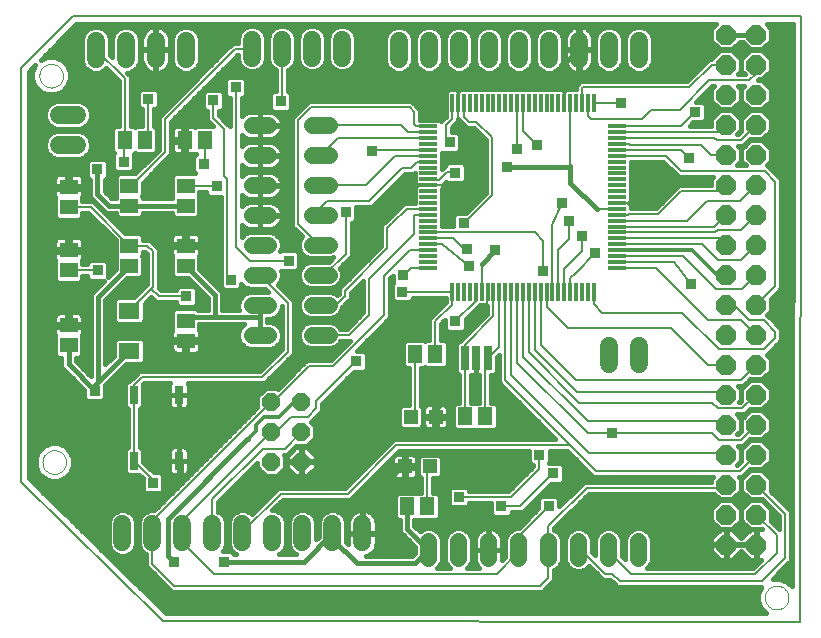
<source format=gtl>
G75*
%MOIN*%
%OFA0B0*%
%FSLAX24Y24*%
%IPPOS*%
%LPD*%
%AMOC8*
5,1,8,0,0,1.08239X$1,22.5*
%
%ADD10C,0.0080*%
%ADD11C,0.0000*%
%ADD12R,0.0591X0.0512*%
%ADD13R,0.0709X0.0551*%
%ADD14R,0.0591X0.0118*%
%ADD15R,0.0118X0.0591*%
%ADD16OC8,0.0660*%
%ADD17C,0.0560*%
%ADD18C,0.0600*%
%ADD19OC8,0.0610*%
%ADD20R,0.0472X0.0472*%
%ADD21R,0.0512X0.0591*%
%ADD22R,0.0300X0.0600*%
%ADD23R,0.0276X0.0787*%
%ADD24C,0.0160*%
%ADD25R,0.0376X0.0376*%
%ADD26C,0.0120*%
D10*
X005078Y002723D02*
X005810Y001991D01*
X018015Y001991D01*
X018283Y002260D01*
X018283Y003188D01*
X018283Y003992D01*
X019550Y005259D01*
X024109Y005259D01*
X024204Y005353D01*
X024660Y005810D02*
X025204Y006353D01*
X024684Y006834D02*
X025204Y007353D01*
X024747Y007897D02*
X025204Y008353D01*
X024747Y007897D02*
X023920Y007897D01*
X023723Y008093D01*
X019314Y008093D01*
X017629Y009778D01*
X017629Y011794D01*
X017826Y011794D02*
X017826Y009857D01*
X019235Y008448D01*
X024109Y008448D01*
X024204Y008353D01*
X024692Y008841D02*
X019196Y008841D01*
X018023Y010015D01*
X018023Y011794D01*
X018219Y011794D02*
X018219Y011293D01*
X018924Y010589D01*
X022354Y010589D01*
X023589Y009353D01*
X024204Y009353D01*
X023960Y009865D02*
X025456Y009865D01*
X025849Y010259D01*
X025849Y010456D01*
X025456Y010849D01*
X024983Y010849D01*
X024471Y011361D01*
X024211Y011361D01*
X024204Y011353D01*
X024708Y010849D02*
X023605Y010849D01*
X021873Y012582D01*
X020582Y012582D01*
X020582Y012778D02*
X022463Y012778D01*
X023022Y012045D01*
X023881Y011873D02*
X024723Y011873D01*
X025204Y012353D01*
X024708Y012857D02*
X025204Y013353D01*
X024708Y012857D02*
X023920Y012857D01*
X023408Y013369D01*
X020582Y013369D01*
X020582Y013566D02*
X023991Y013566D01*
X024204Y013353D01*
X023841Y013763D02*
X023920Y013841D01*
X024692Y013841D01*
X025204Y014353D01*
X024676Y014826D02*
X025204Y015353D01*
X025495Y015810D02*
X022700Y015810D01*
X022188Y016322D01*
X020582Y016322D01*
X020582Y016519D02*
X022700Y016519D01*
X022975Y016243D01*
X023364Y016689D02*
X021014Y016689D01*
X020989Y016714D01*
X020583Y016714D01*
X020582Y016715D01*
X020582Y016912D02*
X023815Y016912D01*
X023889Y016839D01*
X024689Y016839D01*
X025204Y017353D01*
X024204Y017353D02*
X023960Y017109D01*
X020582Y017109D01*
X020582Y017306D02*
X022700Y017306D01*
X023172Y017778D01*
X022660Y017857D02*
X021715Y017857D01*
X021400Y017542D01*
X019708Y017542D01*
X019589Y017660D01*
X019589Y018086D01*
X019597Y018093D01*
X019400Y018093D02*
X019389Y018105D01*
X019389Y018564D01*
X019430Y018605D01*
X022975Y018605D01*
X023723Y019353D01*
X024204Y019353D01*
X023645Y018841D02*
X022660Y017857D01*
X023364Y016689D02*
X023699Y016353D01*
X024204Y016353D01*
X024204Y015353D02*
X023991Y015141D01*
X022716Y015141D01*
X021939Y014364D01*
X020939Y014364D01*
X020928Y014353D01*
X020582Y014353D01*
X020570Y014539D02*
X020582Y014550D01*
X020570Y014539D02*
X019889Y014539D01*
X020582Y014747D02*
X021522Y014747D01*
X020582Y014156D02*
X022897Y014156D01*
X023566Y014826D01*
X024676Y014826D01*
X024204Y014353D02*
X023810Y013960D01*
X020582Y013960D01*
X020582Y013763D02*
X023841Y013763D01*
X022778Y012975D02*
X023881Y011873D01*
X022746Y011079D02*
X020079Y011079D01*
X019794Y011364D01*
X019794Y011794D01*
X019007Y011794D02*
X019007Y012235D01*
X019196Y012424D01*
X019826Y013074D01*
X019407Y013147D02*
X019407Y013650D01*
X018967Y013534D02*
X018967Y014159D01*
X018408Y013999D02*
X018723Y014739D01*
X018408Y013999D02*
X018408Y011802D01*
X018416Y011794D01*
X018613Y011794D02*
X018613Y013180D01*
X018967Y013534D01*
X019407Y013147D02*
X018810Y012550D01*
X018810Y011794D01*
X018093Y012463D02*
X018093Y013487D01*
X017818Y013763D01*
X014282Y013763D01*
X014282Y013566D02*
X015101Y013566D01*
X015456Y013211D01*
X015574Y013211D01*
X015634Y012654D02*
X014747Y013369D01*
X014282Y013369D01*
X014282Y013172D02*
X013672Y013172D01*
X012814Y012314D01*
X012814Y011014D01*
X011114Y009314D01*
X010314Y009314D01*
X009115Y008115D01*
X009048Y008115D01*
X005078Y004145D01*
X005078Y003739D01*
X005078Y002723D01*
X006078Y003456D02*
X007149Y002385D01*
X016558Y002385D01*
X017283Y003110D01*
X017283Y003188D01*
X017283Y003622D01*
X018290Y004629D01*
X017345Y004629D02*
X018448Y005731D01*
X017975Y005889D02*
X017975Y006361D01*
X017975Y005889D02*
X017030Y004944D01*
X015298Y004944D01*
X014245Y004632D02*
X014245Y005884D01*
X014324Y005963D01*
X013211Y006676D02*
X018999Y006676D01*
X019865Y005810D01*
X024660Y005810D01*
X025204Y005353D02*
X026164Y004393D01*
X026164Y002897D01*
X025416Y002149D01*
X020652Y002149D01*
X020416Y002385D01*
X020180Y002385D01*
X019377Y003188D01*
X019283Y003188D01*
X020283Y003188D02*
X020283Y003148D01*
X021046Y002385D01*
X025180Y002385D01*
X025889Y003093D01*
X025889Y003668D01*
X025204Y004353D01*
X024204Y006353D02*
X024156Y006400D01*
X019629Y006400D01*
X017030Y008999D01*
X017030Y011912D01*
X017038Y011904D01*
X017038Y011794D01*
X016841Y011794D02*
X016841Y008834D01*
X018999Y006676D01*
X019589Y007070D02*
X020298Y007070D01*
X020416Y007070D01*
X023723Y007070D01*
X023960Y006834D01*
X024684Y006834D01*
X024204Y007353D02*
X024093Y007463D01*
X019589Y007463D01*
X017432Y009621D01*
X017432Y011794D01*
X017235Y011794D02*
X017235Y009424D01*
X019589Y007070D01*
X017345Y004629D02*
X016715Y004629D01*
X013211Y006676D02*
X011597Y005062D01*
X009353Y005062D01*
X008078Y003786D01*
X008078Y003739D01*
X007078Y003739D02*
X007078Y004873D01*
X008763Y006558D01*
X009490Y006558D01*
X010048Y007115D01*
X010252Y007614D02*
X009714Y007614D01*
X009215Y007115D01*
X009048Y007115D01*
X006078Y004145D01*
X006078Y003739D01*
X006078Y003456D01*
X005101Y005416D02*
X005101Y005511D01*
X004461Y006151D01*
X004461Y008351D01*
X004461Y008674D01*
X004726Y008939D01*
X008739Y008939D01*
X009589Y009789D01*
X009589Y011407D01*
X008666Y012331D01*
X008330Y012818D02*
X009629Y012818D01*
X010641Y013341D02*
X009944Y014038D01*
X009944Y017503D01*
X010377Y017936D01*
X013652Y017936D01*
X013814Y017774D01*
X013814Y017364D01*
X013872Y017306D01*
X014282Y017306D01*
X014282Y017109D02*
X013605Y017109D01*
X013373Y017341D01*
X010672Y017341D01*
X011282Y016912D02*
X014282Y016912D01*
X014282Y016519D02*
X012444Y016519D01*
X012414Y016489D01*
X013164Y016314D02*
X013514Y016314D01*
X013522Y016322D01*
X014282Y016322D01*
X014282Y016125D02*
X014271Y016114D01*
X013914Y016114D01*
X013714Y015914D01*
X013414Y015914D01*
X012314Y014814D01*
X010914Y014814D01*
X010672Y014572D01*
X010672Y014341D01*
X011519Y014432D02*
X011519Y013054D01*
X010806Y012341D01*
X010672Y012341D01*
X011489Y011814D02*
X012914Y013239D01*
X012914Y013914D01*
X013014Y014014D01*
X013066Y014066D01*
X013550Y014550D01*
X014282Y014550D01*
X014282Y014353D02*
X013802Y014353D01*
X013814Y014341D01*
X013814Y013714D01*
X012314Y012214D01*
X012314Y011014D01*
X011641Y010341D01*
X010672Y010341D01*
X010672Y011341D02*
X011191Y011341D01*
X011489Y011639D01*
X011489Y011814D01*
X010672Y013341D02*
X010641Y013341D01*
X008330Y012818D02*
X007857Y013290D01*
X007857Y018605D01*
X007109Y018172D02*
X007109Y017582D01*
X007463Y017227D01*
X007463Y015652D01*
X007582Y015534D01*
X007582Y012306D01*
X007700Y012188D01*
X006204Y011637D02*
X005298Y011637D01*
X005040Y011895D01*
X005101Y011957D01*
X005101Y013133D01*
X004908Y013326D01*
X004305Y013326D01*
X003024Y014607D01*
X002287Y014607D01*
X004305Y015326D02*
X004395Y015416D01*
X004471Y015416D01*
X005495Y016440D01*
X005495Y017542D01*
X007845Y019893D01*
X008404Y019893D01*
X009404Y019893D02*
X009404Y018184D01*
X009353Y018133D01*
X010711Y016341D02*
X011282Y016912D01*
X010711Y016341D02*
X010672Y016341D01*
X010672Y015341D02*
X012191Y015341D01*
X013164Y016314D01*
X014282Y015534D02*
X014303Y015514D01*
X014644Y015514D01*
X014899Y015769D01*
X015169Y015769D01*
X015179Y015759D01*
X014790Y015337D02*
X014282Y015337D01*
X014989Y016764D02*
X014864Y016889D01*
X014864Y017344D01*
X015070Y017550D01*
X015070Y018093D01*
X015267Y018093D02*
X015267Y017461D01*
X015456Y017627D02*
X015634Y017449D01*
X015879Y017449D01*
X016389Y016939D01*
X016389Y015011D01*
X015456Y014078D01*
X015589Y014211D01*
X016054Y012704D02*
X016054Y011794D01*
X016243Y011786D02*
X016251Y011794D01*
X016243Y011786D02*
X016243Y011361D01*
X015889Y011007D01*
X015857Y011487D02*
X015180Y010810D01*
X015062Y011361D02*
X015062Y011786D01*
X015070Y011794D01*
X013408Y011794D01*
X013448Y012345D02*
X013684Y012582D01*
X014282Y012582D01*
X015857Y011794D02*
X015857Y011487D01*
X016440Y011786D02*
X016440Y010967D01*
X015487Y010015D01*
X015487Y009582D01*
X015487Y008245D01*
X015507Y007635D01*
X016176Y007635D02*
X016176Y009484D01*
X016274Y009582D01*
X016645Y009952D01*
X016645Y011794D01*
X016448Y011794D02*
X016440Y011786D01*
X015062Y011361D02*
X014508Y010807D01*
X014508Y009711D01*
X013839Y009711D02*
X013839Y007768D01*
X013692Y007621D01*
X011873Y009471D02*
X010534Y008133D01*
X010534Y007897D01*
X010252Y007614D01*
X005040Y011895D02*
X004305Y011161D01*
X003251Y012503D02*
X002291Y012503D01*
X002287Y012507D01*
X006187Y015326D02*
X006215Y015298D01*
X007227Y015298D01*
X006794Y016046D02*
X006822Y016074D01*
X006822Y016841D01*
X004944Y016963D02*
X004944Y018211D01*
X004152Y018897D02*
X004152Y016841D01*
X004117Y016806D01*
X004117Y016125D01*
X004822Y016841D02*
X004944Y016963D01*
X004152Y018897D02*
X003196Y019853D01*
X002424Y020967D02*
X000692Y019235D01*
X000692Y005456D01*
X005434Y000796D01*
X026665Y000792D01*
X026694Y020967D01*
X002424Y020967D01*
X015267Y018792D02*
X015267Y018093D01*
X015456Y018086D02*
X015456Y017627D01*
X015456Y018086D02*
X015463Y018093D01*
X015267Y018792D02*
X015289Y018814D01*
X017235Y018093D02*
X017244Y016539D01*
X017432Y017156D02*
X017909Y016679D01*
X017432Y017156D02*
X017432Y018093D01*
X018810Y018093D02*
X018810Y019365D01*
X018999Y018101D02*
X019007Y018093D01*
X019007Y015989D01*
X018957Y015939D01*
X019794Y018093D02*
X020692Y018093D01*
X023645Y018841D02*
X024983Y018841D01*
X025204Y019062D01*
X025204Y019353D01*
X025495Y015810D02*
X025849Y015456D01*
X025849Y011991D01*
X025211Y011353D01*
X025204Y011353D01*
X024708Y010849D02*
X025204Y010353D01*
X025204Y009353D02*
X024692Y008841D01*
X023960Y009865D02*
X022746Y011079D01*
X022778Y012975D02*
X020582Y012975D01*
D11*
X025495Y001594D02*
X025497Y001633D01*
X025503Y001672D01*
X025513Y001710D01*
X025526Y001747D01*
X025543Y001782D01*
X025563Y001816D01*
X025587Y001847D01*
X025614Y001876D01*
X025643Y001902D01*
X025675Y001925D01*
X025709Y001945D01*
X025745Y001961D01*
X025782Y001973D01*
X025821Y001982D01*
X025860Y001987D01*
X025899Y001988D01*
X025938Y001985D01*
X025977Y001978D01*
X026014Y001967D01*
X026051Y001953D01*
X026086Y001935D01*
X026119Y001914D01*
X026150Y001889D01*
X026178Y001862D01*
X026203Y001832D01*
X026225Y001799D01*
X026244Y001765D01*
X026259Y001729D01*
X026271Y001691D01*
X026279Y001653D01*
X026283Y001614D01*
X026283Y001574D01*
X026279Y001535D01*
X026271Y001497D01*
X026259Y001459D01*
X026244Y001423D01*
X026225Y001389D01*
X026203Y001356D01*
X026178Y001326D01*
X026150Y001299D01*
X026119Y001274D01*
X026086Y001253D01*
X026051Y001235D01*
X026014Y001221D01*
X025977Y001210D01*
X025938Y001203D01*
X025899Y001200D01*
X025860Y001201D01*
X025821Y001206D01*
X025782Y001215D01*
X025745Y001227D01*
X025709Y001243D01*
X025675Y001263D01*
X025643Y001286D01*
X025614Y001312D01*
X025587Y001341D01*
X025563Y001372D01*
X025543Y001406D01*
X025526Y001441D01*
X025513Y001478D01*
X025503Y001516D01*
X025497Y001555D01*
X025495Y001594D01*
X001415Y006109D02*
X001417Y006148D01*
X001423Y006187D01*
X001433Y006225D01*
X001446Y006262D01*
X001463Y006297D01*
X001483Y006331D01*
X001507Y006362D01*
X001534Y006391D01*
X001563Y006417D01*
X001595Y006440D01*
X001629Y006460D01*
X001665Y006476D01*
X001702Y006488D01*
X001741Y006497D01*
X001780Y006502D01*
X001819Y006503D01*
X001858Y006500D01*
X001897Y006493D01*
X001934Y006482D01*
X001971Y006468D01*
X002006Y006450D01*
X002039Y006429D01*
X002070Y006404D01*
X002098Y006377D01*
X002123Y006347D01*
X002145Y006314D01*
X002164Y006280D01*
X002179Y006244D01*
X002191Y006206D01*
X002199Y006168D01*
X002203Y006129D01*
X002203Y006089D01*
X002199Y006050D01*
X002191Y006012D01*
X002179Y005974D01*
X002164Y005938D01*
X002145Y005904D01*
X002123Y005871D01*
X002098Y005841D01*
X002070Y005814D01*
X002039Y005789D01*
X002006Y005768D01*
X001971Y005750D01*
X001934Y005736D01*
X001897Y005725D01*
X001858Y005718D01*
X001819Y005715D01*
X001780Y005716D01*
X001741Y005721D01*
X001702Y005730D01*
X001665Y005742D01*
X001629Y005758D01*
X001595Y005778D01*
X001563Y005801D01*
X001534Y005827D01*
X001507Y005856D01*
X001483Y005887D01*
X001463Y005921D01*
X001446Y005956D01*
X001433Y005993D01*
X001423Y006031D01*
X001417Y006070D01*
X001415Y006109D01*
X001310Y018989D02*
X001312Y019028D01*
X001318Y019067D01*
X001328Y019105D01*
X001341Y019142D01*
X001358Y019177D01*
X001378Y019211D01*
X001402Y019242D01*
X001429Y019271D01*
X001458Y019297D01*
X001490Y019320D01*
X001524Y019340D01*
X001560Y019356D01*
X001597Y019368D01*
X001636Y019377D01*
X001675Y019382D01*
X001714Y019383D01*
X001753Y019380D01*
X001792Y019373D01*
X001829Y019362D01*
X001866Y019348D01*
X001901Y019330D01*
X001934Y019309D01*
X001965Y019284D01*
X001993Y019257D01*
X002018Y019227D01*
X002040Y019194D01*
X002059Y019160D01*
X002074Y019124D01*
X002086Y019086D01*
X002094Y019048D01*
X002098Y019009D01*
X002098Y018969D01*
X002094Y018930D01*
X002086Y018892D01*
X002074Y018854D01*
X002059Y018818D01*
X002040Y018784D01*
X002018Y018751D01*
X001993Y018721D01*
X001965Y018694D01*
X001934Y018669D01*
X001901Y018648D01*
X001866Y018630D01*
X001829Y018616D01*
X001792Y018605D01*
X001753Y018598D01*
X001714Y018595D01*
X001675Y018596D01*
X001636Y018601D01*
X001597Y018610D01*
X001560Y018622D01*
X001524Y018638D01*
X001490Y018658D01*
X001458Y018681D01*
X001429Y018707D01*
X001402Y018736D01*
X001378Y018767D01*
X001358Y018801D01*
X001341Y018836D01*
X001328Y018873D01*
X001318Y018911D01*
X001312Y018950D01*
X001310Y018989D01*
D12*
X004305Y015326D03*
X004305Y014657D03*
X004305Y013326D03*
X004305Y012657D03*
X006187Y012657D03*
X006187Y013326D03*
X006187Y014657D03*
X006187Y015326D03*
X002287Y015276D03*
X002287Y014607D03*
X002287Y013176D03*
X002287Y012507D03*
X002286Y010665D03*
X002286Y009996D03*
X006187Y010157D03*
X006187Y010826D03*
D13*
X004305Y011161D03*
X004305Y009822D03*
D14*
X014282Y012582D03*
X014282Y012778D03*
X014282Y012975D03*
X014282Y013172D03*
X014282Y013369D03*
X014282Y013566D03*
X014282Y013763D03*
X014282Y013960D03*
X014282Y014156D03*
X014282Y014353D03*
X014282Y014550D03*
X014282Y014747D03*
X014282Y014944D03*
X014282Y015141D03*
X014282Y015337D03*
X014282Y015534D03*
X014282Y015731D03*
X014282Y015928D03*
X014282Y016125D03*
X014282Y016322D03*
X014282Y016519D03*
X014282Y016715D03*
X014282Y016912D03*
X014282Y017109D03*
X014282Y017306D03*
X020582Y017306D03*
X020582Y017109D03*
X020582Y016912D03*
X020582Y016715D03*
X020582Y016519D03*
X020582Y016322D03*
X020582Y016125D03*
X020582Y015928D03*
X020582Y015731D03*
X020582Y015534D03*
X020582Y015337D03*
X020582Y015141D03*
X020582Y014944D03*
X020582Y014747D03*
X020582Y014550D03*
X020582Y014353D03*
X020582Y014156D03*
X020582Y013960D03*
X020582Y013763D03*
X020582Y013566D03*
X020582Y013369D03*
X020582Y013172D03*
X020582Y012975D03*
X020582Y012778D03*
X020582Y012582D03*
D15*
X019794Y011794D03*
X019597Y011794D03*
X019400Y011794D03*
X019204Y011794D03*
X019007Y011794D03*
X018810Y011794D03*
X018613Y011794D03*
X018416Y011794D03*
X018219Y011794D03*
X018023Y011794D03*
X017826Y011794D03*
X017629Y011794D03*
X017432Y011794D03*
X017235Y011794D03*
X017038Y011794D03*
X016841Y011794D03*
X016645Y011794D03*
X016448Y011794D03*
X016251Y011794D03*
X016054Y011794D03*
X015857Y011794D03*
X015660Y011794D03*
X015463Y011794D03*
X015267Y011794D03*
X015070Y011794D03*
X015070Y018093D03*
X015267Y018093D03*
X015463Y018093D03*
X015660Y018093D03*
X015857Y018093D03*
X016054Y018093D03*
X016251Y018093D03*
X016448Y018093D03*
X016645Y018093D03*
X016841Y018093D03*
X017038Y018093D03*
X017235Y018093D03*
X017432Y018093D03*
X017629Y018093D03*
X017826Y018093D03*
X018023Y018093D03*
X018219Y018093D03*
X018416Y018093D03*
X018613Y018093D03*
X018810Y018093D03*
X019007Y018093D03*
X019204Y018093D03*
X019400Y018093D03*
X019597Y018093D03*
X019794Y018093D03*
D16*
X024204Y018353D03*
X025204Y018353D03*
X025204Y019353D03*
X024204Y019353D03*
X024204Y020353D03*
X025204Y020353D03*
X025204Y017353D03*
X024204Y017353D03*
X024204Y016353D03*
X025204Y016353D03*
X025204Y015353D03*
X024204Y015353D03*
X024204Y014353D03*
X025204Y014353D03*
X025204Y013353D03*
X025204Y012353D03*
X024204Y012353D03*
X024204Y013353D03*
X024204Y011353D03*
X025204Y011353D03*
X025204Y010353D03*
X024204Y010353D03*
X024204Y009353D03*
X025204Y009353D03*
X025204Y008353D03*
X025204Y007353D03*
X024204Y007353D03*
X024204Y008353D03*
X024204Y006353D03*
X025204Y006353D03*
X025204Y005353D03*
X025204Y004353D03*
X024204Y004353D03*
X024204Y005353D03*
X024204Y003353D03*
X025204Y003353D03*
D17*
X021283Y003468D02*
X021283Y002908D01*
X020283Y002908D02*
X020283Y003468D01*
X019283Y003468D02*
X019283Y002908D01*
X018283Y002908D02*
X018283Y003468D01*
X017283Y003468D02*
X017283Y002908D01*
X016283Y002908D02*
X016283Y003468D01*
X015283Y003468D02*
X015283Y002908D01*
X014283Y002908D02*
X014283Y003468D01*
X008946Y010331D02*
X008386Y010331D01*
X008386Y011331D02*
X008946Y011331D01*
X008946Y012331D02*
X008386Y012331D01*
X008386Y013331D02*
X008946Y013331D01*
X008946Y014331D02*
X008386Y014331D01*
X008386Y015331D02*
X008946Y015331D01*
X008946Y016331D02*
X008386Y016331D01*
X008386Y017331D02*
X008946Y017331D01*
X010392Y017341D02*
X010952Y017341D01*
X010952Y016341D02*
X010392Y016341D01*
X010392Y015341D02*
X010952Y015341D01*
X010952Y014341D02*
X010392Y014341D01*
X010392Y013341D02*
X010952Y013341D01*
X010952Y012341D02*
X010392Y012341D01*
X010392Y011341D02*
X010952Y011341D01*
X010952Y010341D02*
X010392Y010341D01*
D18*
X002571Y016684D02*
X001971Y016684D01*
X001971Y017684D02*
X002571Y017684D01*
X003196Y019553D02*
X003196Y020153D01*
X004196Y020153D02*
X004196Y019553D01*
X005196Y019553D02*
X005196Y020153D01*
X006196Y020153D02*
X006196Y019553D01*
X008404Y019593D02*
X008404Y020193D01*
X009404Y020193D02*
X009404Y019593D01*
X010404Y019593D02*
X010404Y020193D01*
X011404Y020193D02*
X011404Y019593D01*
X013298Y019553D02*
X013298Y020153D01*
X014298Y020153D02*
X014298Y019553D01*
X015298Y019553D02*
X015298Y020153D01*
X016298Y020153D02*
X016298Y019553D01*
X017298Y019553D02*
X017298Y020153D01*
X018298Y020153D02*
X018298Y019553D01*
X019298Y019553D02*
X019298Y020153D01*
X020298Y020153D02*
X020298Y019553D01*
X021298Y019553D02*
X021298Y020153D01*
X021314Y009979D02*
X021314Y009379D01*
X020314Y009379D02*
X020314Y009979D01*
X012078Y004039D02*
X012078Y003439D01*
X011078Y003439D02*
X011078Y004039D01*
X010078Y004039D02*
X010078Y003439D01*
X009078Y003439D02*
X009078Y004039D01*
X008078Y004039D02*
X008078Y003439D01*
X007078Y003439D02*
X007078Y004039D01*
X006078Y004039D02*
X006078Y003439D01*
X005078Y003439D02*
X005078Y004039D01*
X004078Y004039D02*
X004078Y003439D01*
D19*
X009048Y006115D03*
X010048Y006115D03*
X010048Y007115D03*
X009048Y007115D03*
X009048Y008115D03*
X010048Y008115D03*
D20*
X013692Y007621D03*
X014519Y007621D03*
X014324Y005963D03*
X013497Y005963D03*
D21*
X013576Y004632D03*
X014245Y004632D03*
X015507Y007635D03*
X016176Y007635D03*
X014508Y009711D03*
X013839Y009711D03*
X006822Y016841D03*
X006152Y016841D03*
X004822Y016841D03*
X004152Y016841D03*
D22*
X004461Y008351D03*
X005961Y008351D03*
X005961Y006151D03*
X004461Y006151D03*
D23*
X015487Y009582D03*
X015881Y009582D03*
X016274Y009582D03*
D24*
X004878Y002873D02*
X003706Y002873D01*
X003817Y003049D02*
X003688Y003178D01*
X003618Y003348D01*
X003222Y003348D01*
X003383Y003190D02*
X003683Y003190D01*
X003618Y003348D02*
X003618Y004131D01*
X003688Y004300D01*
X003817Y004429D01*
X003986Y004499D01*
X004169Y004499D01*
X004338Y004429D01*
X004468Y004300D01*
X004538Y004131D01*
X004538Y003348D01*
X004618Y003348D01*
X004688Y003178D01*
X004817Y003049D01*
X004878Y003024D01*
X004878Y002640D01*
X005727Y001791D01*
X018097Y001791D01*
X018215Y001908D01*
X018483Y002177D01*
X018483Y002514D01*
X018532Y002535D01*
X018656Y002659D01*
X018723Y002820D01*
X018723Y003555D01*
X018656Y003717D01*
X018532Y003841D01*
X018483Y003861D01*
X018483Y003909D01*
X019633Y005059D01*
X023805Y005059D01*
X024001Y004863D01*
X024407Y004863D01*
X024694Y005150D01*
X024694Y005556D01*
X024640Y005610D01*
X024743Y005610D01*
X024999Y005865D01*
X025001Y005863D01*
X025407Y005863D01*
X025694Y006150D01*
X025694Y006556D01*
X025407Y006843D01*
X025001Y006843D01*
X024714Y006556D01*
X024714Y006150D01*
X024716Y006148D01*
X024577Y006010D01*
X024553Y006010D01*
X024694Y006150D01*
X024694Y006556D01*
X024616Y006634D01*
X024767Y006634D01*
X024999Y006865D01*
X025001Y006863D01*
X025407Y006863D01*
X025694Y007150D01*
X025694Y007556D01*
X025407Y007843D01*
X025001Y007843D01*
X024714Y007556D01*
X024714Y007150D01*
X024716Y007148D01*
X024601Y007034D01*
X024577Y007034D01*
X024694Y007150D01*
X024694Y007556D01*
X024553Y007697D01*
X024830Y007697D01*
X024999Y007865D01*
X025001Y007863D01*
X025407Y007863D01*
X025694Y008150D01*
X025694Y008556D01*
X025407Y008843D01*
X025001Y008843D01*
X024714Y008556D01*
X024714Y008150D01*
X024716Y008148D01*
X024664Y008097D01*
X024640Y008097D01*
X024694Y008150D01*
X024694Y008556D01*
X024608Y008641D01*
X024775Y008641D01*
X024892Y008759D01*
X024999Y008865D01*
X025001Y008863D01*
X025407Y008863D01*
X025694Y009150D01*
X025694Y009556D01*
X025562Y009688D01*
X026408Y009688D01*
X026407Y009530D02*
X025694Y009530D01*
X025694Y009371D02*
X026407Y009371D01*
X026407Y009213D02*
X025694Y009213D01*
X025598Y009054D02*
X026407Y009054D01*
X026406Y008896D02*
X025439Y008896D01*
X025512Y008737D02*
X026406Y008737D01*
X026406Y008579D02*
X025671Y008579D01*
X025694Y008420D02*
X026406Y008420D01*
X026405Y008262D02*
X025694Y008262D01*
X025647Y008103D02*
X026405Y008103D01*
X026405Y007945D02*
X025488Y007945D01*
X025463Y007786D02*
X026405Y007786D01*
X026405Y007628D02*
X025622Y007628D01*
X025694Y007469D02*
X026404Y007469D01*
X026404Y007311D02*
X025694Y007311D01*
X025694Y007152D02*
X026404Y007152D01*
X026404Y006994D02*
X025537Y006994D01*
X025414Y006835D02*
X026403Y006835D01*
X026403Y006677D02*
X025573Y006677D01*
X025694Y006518D02*
X026403Y006518D01*
X026403Y006360D02*
X025694Y006360D01*
X025694Y006201D02*
X026403Y006201D01*
X026402Y006043D02*
X025586Y006043D01*
X025428Y005884D02*
X026402Y005884D01*
X026402Y005726D02*
X025524Y005726D01*
X025407Y005843D02*
X025001Y005843D01*
X024714Y005556D01*
X024714Y005150D01*
X025001Y004863D01*
X025407Y004863D01*
X025409Y004865D01*
X025964Y004310D01*
X025964Y003875D01*
X025692Y004148D01*
X025694Y004150D01*
X025694Y004556D01*
X025407Y004843D01*
X025001Y004843D01*
X024714Y004556D01*
X024714Y004150D01*
X025001Y003863D01*
X025407Y003863D01*
X025409Y003865D01*
X025411Y003863D01*
X025217Y003863D01*
X025217Y003367D01*
X025190Y003367D01*
X025190Y003863D01*
X024992Y003863D01*
X024704Y003574D01*
X024415Y003863D01*
X024217Y003863D01*
X024217Y003367D01*
X024190Y003367D01*
X024190Y003863D01*
X023992Y003863D01*
X023694Y003564D01*
X023694Y003367D01*
X024190Y003367D01*
X024190Y003340D01*
X023694Y003340D01*
X023694Y003142D01*
X023992Y002843D01*
X024190Y002843D01*
X024190Y003340D01*
X024217Y003340D01*
X024217Y003367D01*
X025190Y003367D01*
X025190Y003340D01*
X024694Y003340D01*
X024217Y003340D01*
X024217Y002843D01*
X024415Y002843D01*
X024704Y003132D01*
X024992Y002843D01*
X025190Y002843D01*
X025190Y003340D01*
X025217Y003340D01*
X025217Y002843D01*
X025356Y002843D01*
X025097Y002585D01*
X021582Y002585D01*
X021656Y002659D01*
X021723Y002820D01*
X021723Y003555D01*
X021656Y003717D01*
X021532Y003841D01*
X021371Y003908D01*
X021196Y003908D01*
X021034Y003841D01*
X020910Y003717D01*
X020843Y003555D01*
X020843Y002871D01*
X020723Y002991D01*
X020723Y003555D01*
X020656Y003717D01*
X020532Y003841D01*
X020371Y003908D01*
X020196Y003908D01*
X020034Y003841D01*
X019910Y003717D01*
X019843Y003555D01*
X019843Y003004D01*
X019723Y003124D01*
X019723Y003555D01*
X019656Y003717D01*
X019532Y003841D01*
X019371Y003908D01*
X019196Y003908D01*
X019034Y003841D01*
X018910Y003717D01*
X018843Y003555D01*
X018843Y002820D01*
X018910Y002659D01*
X019034Y002535D01*
X019196Y002468D01*
X019371Y002468D01*
X019532Y002535D01*
X019640Y002642D01*
X019980Y002302D01*
X020097Y002185D01*
X020333Y002185D01*
X020452Y002066D01*
X020570Y001949D01*
X025361Y001949D01*
X025360Y001947D01*
X025265Y001718D01*
X025265Y001470D01*
X025360Y001241D01*
X025536Y001065D01*
X025542Y001063D01*
X005545Y001066D01*
X000962Y005569D01*
X000962Y019123D01*
X001171Y019333D01*
X001080Y019113D01*
X001080Y018865D01*
X001175Y018636D01*
X001351Y018460D01*
X001580Y018365D01*
X001828Y018365D01*
X002057Y018460D01*
X002233Y018636D01*
X002328Y018865D01*
X002328Y019113D01*
X002233Y019342D01*
X002057Y019518D01*
X001828Y019613D01*
X001580Y019613D01*
X001360Y019522D01*
X002536Y020697D01*
X023855Y020697D01*
X023714Y020556D01*
X023714Y020150D01*
X024001Y019863D01*
X024407Y019863D01*
X024657Y020113D01*
X024751Y020113D01*
X025001Y019863D01*
X025407Y019863D01*
X025694Y020150D01*
X025694Y020556D01*
X025552Y020697D01*
X026423Y020697D01*
X026397Y001968D01*
X026242Y002123D01*
X026013Y002218D01*
X025768Y002218D01*
X026247Y002697D01*
X026364Y002814D01*
X026364Y004475D01*
X025692Y005148D01*
X025694Y005150D01*
X025694Y005556D01*
X025407Y005843D01*
X025682Y005567D02*
X026402Y005567D01*
X026401Y005409D02*
X025694Y005409D01*
X025694Y005250D02*
X026401Y005250D01*
X026401Y005092D02*
X025748Y005092D01*
X025906Y004933D02*
X026401Y004933D01*
X026401Y004775D02*
X026065Y004775D01*
X026223Y004616D02*
X026400Y004616D01*
X026400Y004458D02*
X026364Y004458D01*
X026364Y004299D02*
X026400Y004299D01*
X026400Y004141D02*
X026364Y004141D01*
X026364Y003982D02*
X026399Y003982D01*
X026399Y003824D02*
X026364Y003824D01*
X026364Y003665D02*
X026399Y003665D01*
X026399Y003507D02*
X026364Y003507D01*
X026364Y003348D02*
X026398Y003348D01*
X026398Y003190D02*
X026364Y003190D01*
X026364Y003031D02*
X026398Y003031D01*
X026398Y002873D02*
X026364Y002873D01*
X026398Y002714D02*
X026265Y002714D01*
X026397Y002556D02*
X026106Y002556D01*
X025948Y002397D02*
X026397Y002397D01*
X026397Y002239D02*
X025789Y002239D01*
X026284Y002080D02*
X026397Y002080D01*
X025350Y001922D02*
X018228Y001922D01*
X018387Y002080D02*
X020438Y002080D01*
X020043Y002239D02*
X018483Y002239D01*
X018483Y002397D02*
X019885Y002397D01*
X019726Y002556D02*
X019553Y002556D01*
X019013Y002556D02*
X018553Y002556D01*
X018679Y002714D02*
X018887Y002714D01*
X018843Y002873D02*
X018723Y002873D01*
X018723Y003031D02*
X018843Y003031D01*
X018843Y003190D02*
X018723Y003190D01*
X018723Y003348D02*
X018843Y003348D01*
X018843Y003507D02*
X018723Y003507D01*
X018678Y003665D02*
X018889Y003665D01*
X019017Y003824D02*
X018549Y003824D01*
X018557Y003982D02*
X023882Y003982D01*
X024001Y003863D02*
X023714Y004150D01*
X023714Y004556D01*
X024001Y004843D01*
X024407Y004843D01*
X024694Y004556D01*
X024694Y004150D01*
X024407Y003863D01*
X024001Y003863D01*
X023953Y003824D02*
X021549Y003824D01*
X021678Y003665D02*
X023795Y003665D01*
X023694Y003507D02*
X021723Y003507D01*
X021723Y003348D02*
X024190Y003348D01*
X024204Y003353D02*
X025204Y003353D01*
X025190Y003348D02*
X024217Y003348D01*
X024217Y003190D02*
X024190Y003190D01*
X024190Y003031D02*
X024217Y003031D01*
X024217Y002873D02*
X024190Y002873D01*
X023963Y002873D02*
X021723Y002873D01*
X021723Y003031D02*
X023804Y003031D01*
X023694Y003190D02*
X021723Y003190D01*
X021679Y002714D02*
X025227Y002714D01*
X025217Y002873D02*
X025190Y002873D01*
X025190Y003031D02*
X025217Y003031D01*
X025217Y003190D02*
X025190Y003190D01*
X024963Y002873D02*
X024445Y002873D01*
X024603Y003031D02*
X024804Y003031D01*
X025190Y003507D02*
X025217Y003507D01*
X025217Y003665D02*
X025190Y003665D01*
X025190Y003824D02*
X025217Y003824D01*
X024953Y003824D02*
X024454Y003824D01*
X024526Y003982D02*
X024882Y003982D01*
X024723Y004141D02*
X024684Y004141D01*
X024694Y004299D02*
X024714Y004299D01*
X024714Y004458D02*
X024694Y004458D01*
X024633Y004616D02*
X024774Y004616D01*
X024932Y004775D02*
X024475Y004775D01*
X024477Y004933D02*
X024931Y004933D01*
X024772Y005092D02*
X024635Y005092D01*
X024694Y005250D02*
X024714Y005250D01*
X024714Y005409D02*
X024694Y005409D01*
X024682Y005567D02*
X024725Y005567D01*
X024859Y005726D02*
X024883Y005726D01*
X024610Y006043D02*
X024586Y006043D01*
X024694Y006201D02*
X024714Y006201D01*
X024714Y006360D02*
X024694Y006360D01*
X024694Y006518D02*
X024714Y006518D01*
X024810Y006677D02*
X024834Y006677D01*
X024969Y006835D02*
X024993Y006835D01*
X024714Y007152D02*
X024694Y007152D01*
X024694Y007311D02*
X024714Y007311D01*
X024714Y007469D02*
X024694Y007469D01*
X024622Y007628D02*
X024785Y007628D01*
X024920Y007786D02*
X024944Y007786D01*
X024671Y008103D02*
X024647Y008103D01*
X024694Y008262D02*
X024714Y008262D01*
X024714Y008420D02*
X024694Y008420D01*
X024671Y008579D02*
X024736Y008579D01*
X024871Y008737D02*
X024895Y008737D01*
X025562Y009688D02*
X025932Y010059D01*
X026049Y010176D01*
X026049Y010538D01*
X025656Y010932D01*
X025566Y011022D01*
X025694Y011150D01*
X025694Y011553D01*
X025932Y011791D01*
X026049Y011908D01*
X026049Y015538D01*
X025578Y016010D01*
X025553Y016010D01*
X025694Y016150D01*
X025694Y016556D01*
X025407Y016843D01*
X025001Y016843D01*
X024714Y016556D01*
X024714Y016150D01*
X024854Y016010D01*
X024553Y016010D01*
X024694Y016150D01*
X024694Y016556D01*
X024611Y016639D01*
X024772Y016639D01*
X024999Y016865D01*
X025001Y016863D01*
X025407Y016863D01*
X025694Y017150D01*
X025694Y017556D01*
X025407Y017843D01*
X025001Y017843D01*
X024714Y017556D01*
X024714Y017150D01*
X024716Y017148D01*
X024606Y017039D01*
X024582Y017039D01*
X024694Y017150D01*
X024694Y017556D01*
X024407Y017843D01*
X024001Y017843D01*
X023714Y017556D01*
X023714Y017309D01*
X022986Y017309D01*
X023107Y017430D01*
X023427Y017430D01*
X023520Y017524D01*
X023520Y018033D01*
X023427Y018127D01*
X023213Y018127D01*
X023727Y018641D01*
X023799Y018641D01*
X023714Y018556D01*
X023714Y018150D01*
X024001Y017863D01*
X024407Y017863D01*
X024694Y018150D01*
X024694Y018556D01*
X024608Y018641D01*
X024799Y018641D01*
X024714Y018556D01*
X024714Y018150D01*
X025001Y017863D01*
X025407Y017863D01*
X025694Y018150D01*
X025694Y018556D01*
X025407Y018843D01*
X025268Y018843D01*
X025288Y018863D01*
X025407Y018863D01*
X025694Y019150D01*
X025694Y019556D01*
X025407Y019843D01*
X025001Y019843D01*
X024714Y019556D01*
X024714Y019150D01*
X024822Y019041D01*
X024585Y019041D01*
X024694Y019150D01*
X024694Y019556D01*
X024407Y019843D01*
X024001Y019843D01*
X023714Y019556D01*
X023714Y019553D01*
X023640Y019553D01*
X022892Y018805D01*
X019347Y018805D01*
X019306Y018764D01*
X019189Y018647D01*
X019189Y018549D01*
X018952Y018549D01*
X018938Y018556D01*
X018893Y018569D01*
X018810Y018569D01*
X018810Y018477D01*
X018810Y018477D01*
X018810Y018477D01*
X018810Y018569D01*
X018727Y018569D01*
X018681Y018556D01*
X018668Y018549D01*
X015409Y018549D01*
X015395Y018556D01*
X015349Y018569D01*
X015267Y018569D01*
X015267Y018477D01*
X015267Y018477D01*
X015267Y018477D01*
X015267Y018569D01*
X015184Y018569D01*
X015138Y018556D01*
X015125Y018549D01*
X014944Y018549D01*
X014851Y018455D01*
X014851Y017732D01*
X014870Y017713D01*
X014870Y017633D01*
X014781Y017544D01*
X014703Y017466D01*
X014644Y017525D01*
X014014Y017525D01*
X014014Y017857D01*
X013735Y018136D01*
X010294Y018136D01*
X010177Y018019D01*
X009744Y017586D01*
X009744Y013955D01*
X009861Y013838D01*
X010064Y013635D01*
X010019Y013591D01*
X009952Y013429D01*
X009952Y013254D01*
X010019Y013092D01*
X010143Y012968D01*
X010305Y012901D01*
X011040Y012901D01*
X011114Y012932D01*
X010963Y012781D01*
X010305Y012781D01*
X010143Y012714D01*
X010019Y012591D01*
X009952Y012429D01*
X009952Y012254D01*
X010019Y012092D01*
X010143Y011968D01*
X010305Y011901D01*
X011040Y011901D01*
X011201Y011968D01*
X011325Y012092D01*
X011392Y012254D01*
X011392Y012429D01*
X011329Y012582D01*
X011601Y012854D01*
X011719Y012971D01*
X011719Y014084D01*
X011773Y014084D01*
X011867Y014178D01*
X011867Y014614D01*
X012397Y014614D01*
X013497Y015714D01*
X013797Y015714D01*
X013827Y015744D01*
X013827Y015479D01*
X013819Y015466D01*
X013807Y015420D01*
X013807Y015337D01*
X013807Y015255D01*
X013819Y015209D01*
X013827Y015196D01*
X013827Y014750D01*
X013467Y014750D01*
X013350Y014633D01*
X012931Y014214D01*
X012714Y013997D01*
X012714Y013322D01*
X011289Y011897D01*
X011289Y011722D01*
X011241Y011674D01*
X011201Y011714D01*
X011040Y011781D01*
X010305Y011781D01*
X010143Y011714D01*
X010019Y011591D01*
X009952Y011429D01*
X009952Y011254D01*
X010019Y011092D01*
X010143Y010968D01*
X010305Y010901D01*
X011040Y010901D01*
X011201Y010968D01*
X011325Y011092D01*
X011392Y011254D01*
X011392Y011259D01*
X011572Y011439D01*
X011689Y011556D01*
X011689Y011731D01*
X012114Y012156D01*
X012114Y011097D01*
X011559Y010541D01*
X011346Y010541D01*
X011325Y010591D01*
X011201Y010714D01*
X011040Y010781D01*
X010305Y010781D01*
X010143Y010714D01*
X010019Y010591D01*
X009952Y010429D01*
X009952Y010254D01*
X010019Y010092D01*
X010143Y009968D01*
X010305Y009901D01*
X011040Y009901D01*
X011201Y009968D01*
X011325Y010092D01*
X011346Y010141D01*
X011659Y010141D01*
X011031Y009514D01*
X010231Y009514D01*
X010114Y009397D01*
X009269Y008552D01*
X009240Y008581D01*
X008855Y008581D01*
X008583Y008308D01*
X008583Y007933D01*
X005148Y004499D01*
X004986Y004499D01*
X004817Y004429D01*
X004688Y004300D01*
X004618Y004131D01*
X004618Y003348D01*
X004538Y003348D02*
X004468Y003178D01*
X004338Y003049D01*
X004169Y002979D01*
X003986Y002979D01*
X003817Y003049D01*
X003860Y003031D02*
X003545Y003031D01*
X003867Y002714D02*
X004878Y002714D01*
X004962Y002556D02*
X004028Y002556D01*
X004190Y002397D02*
X005121Y002397D01*
X005279Y002239D02*
X004351Y002239D01*
X004512Y002080D02*
X005438Y002080D01*
X005596Y001922D02*
X004674Y001922D01*
X004835Y001763D02*
X025284Y001763D01*
X025265Y001605D02*
X004996Y001605D01*
X005158Y001446D02*
X025275Y001446D01*
X025341Y001288D02*
X005319Y001288D01*
X005480Y001129D02*
X025471Y001129D01*
X024217Y003507D02*
X024190Y003507D01*
X024190Y003665D02*
X024217Y003665D01*
X024217Y003824D02*
X024190Y003824D01*
X024613Y003665D02*
X024795Y003665D01*
X025699Y004141D02*
X025964Y004141D01*
X025964Y004299D02*
X025694Y004299D01*
X025694Y004458D02*
X025816Y004458D01*
X025658Y004616D02*
X025633Y004616D01*
X025499Y004775D02*
X025475Y004775D01*
X025857Y003982D02*
X025964Y003982D01*
X023932Y004775D02*
X019349Y004775D01*
X019508Y004933D02*
X023931Y004933D01*
X023774Y004616D02*
X019191Y004616D01*
X019032Y004458D02*
X023714Y004458D01*
X023714Y004299D02*
X018874Y004299D01*
X018715Y004141D02*
X023723Y004141D01*
X023714Y005459D02*
X019467Y005459D01*
X019350Y005342D01*
X018638Y004630D01*
X018638Y004883D01*
X018545Y004977D01*
X018036Y004977D01*
X017942Y004883D01*
X017942Y004564D01*
X017286Y003908D01*
X017196Y003908D01*
X017034Y003841D01*
X016910Y003717D01*
X016843Y003555D01*
X016843Y002953D01*
X016740Y002849D01*
X016743Y002872D01*
X016743Y003184D01*
X016287Y003184D01*
X016287Y003192D01*
X016279Y003192D01*
X016279Y003928D01*
X016247Y003928D01*
X016175Y003917D01*
X016107Y003894D01*
X016042Y003861D01*
X015983Y003819D01*
X015932Y003768D01*
X015890Y003709D01*
X015857Y003644D01*
X015834Y003576D01*
X015823Y003504D01*
X015823Y003192D01*
X016279Y003192D01*
X016279Y003184D01*
X015823Y003184D01*
X015823Y002872D01*
X015834Y002800D01*
X015857Y002731D01*
X015890Y002667D01*
X015932Y002608D01*
X015956Y002585D01*
X015582Y002585D01*
X015656Y002659D01*
X015723Y002820D01*
X015723Y003555D01*
X015656Y003717D01*
X015532Y003841D01*
X015371Y003908D01*
X015196Y003908D01*
X015034Y003841D01*
X014910Y003717D01*
X014843Y003555D01*
X014843Y002820D01*
X014910Y002659D01*
X014984Y002585D01*
X014582Y002585D01*
X014656Y002659D01*
X014723Y002820D01*
X014723Y003555D01*
X014656Y003717D01*
X014532Y003841D01*
X014371Y003908D01*
X014196Y003908D01*
X014034Y003841D01*
X014002Y003809D01*
X013816Y003994D01*
X013816Y004177D01*
X013898Y004177D01*
X013911Y004190D01*
X013923Y004177D01*
X014568Y004177D01*
X014661Y004271D01*
X014661Y004994D01*
X014568Y005088D01*
X014445Y005088D01*
X014445Y005567D01*
X014627Y005567D01*
X017371Y005567D01*
X017213Y005409D02*
X014445Y005409D01*
X014445Y005250D02*
X015002Y005250D01*
X015044Y005292D02*
X014950Y005198D01*
X014950Y004689D01*
X015044Y004596D01*
X015552Y004596D01*
X015646Y004689D01*
X015646Y004744D01*
X016367Y004744D01*
X016367Y004374D01*
X016461Y004281D01*
X016970Y004281D01*
X017064Y004374D01*
X017064Y004429D01*
X017428Y004429D01*
X018382Y005383D01*
X018702Y005383D01*
X018796Y005477D01*
X018796Y005986D01*
X018702Y006079D01*
X018296Y006079D01*
X018323Y006107D01*
X018323Y006476D01*
X018916Y006476D01*
X019665Y005727D01*
X019782Y005610D01*
X023767Y005610D01*
X023714Y005556D01*
X023714Y005459D01*
X023725Y005567D02*
X018796Y005567D01*
X018796Y005726D02*
X019666Y005726D01*
X019508Y005884D02*
X018796Y005884D01*
X018739Y006043D02*
X019349Y006043D01*
X019191Y006201D02*
X018323Y006201D01*
X018323Y006360D02*
X019032Y006360D01*
X018516Y006876D02*
X013129Y006876D01*
X013011Y006759D01*
X011514Y005262D01*
X009270Y005262D01*
X009153Y005145D01*
X008388Y004379D01*
X008338Y004429D01*
X008169Y004499D01*
X007986Y004499D01*
X007817Y004429D01*
X007688Y004300D01*
X007618Y004131D01*
X007618Y003348D01*
X007538Y003348D01*
X007538Y004131D01*
X007468Y004300D01*
X007338Y004429D01*
X007278Y004454D01*
X007278Y004790D01*
X008583Y006095D01*
X008583Y005923D01*
X008855Y005650D01*
X009240Y005650D01*
X009513Y005923D01*
X009513Y006308D01*
X009463Y006358D01*
X009573Y006358D01*
X009865Y006650D01*
X010240Y006650D01*
X010513Y006923D01*
X010513Y007308D01*
X010371Y007450D01*
X010452Y007531D01*
X010617Y007697D01*
X010734Y007814D01*
X010734Y008050D01*
X011808Y009123D01*
X012127Y009123D01*
X012221Y009217D01*
X012221Y009726D01*
X012127Y009819D01*
X011902Y009819D01*
X012897Y010814D01*
X013014Y010931D01*
X013014Y012231D01*
X013100Y012317D01*
X013100Y012091D01*
X013101Y012089D01*
X013060Y012049D01*
X013060Y011540D01*
X013154Y011446D01*
X013663Y011446D01*
X013756Y011540D01*
X013756Y011594D01*
X014851Y011594D01*
X014851Y011433D01*
X014308Y010890D01*
X014308Y010167D01*
X014186Y010167D01*
X014173Y010154D01*
X014161Y010167D01*
X013516Y010167D01*
X013423Y010073D01*
X013423Y009350D01*
X013516Y009256D01*
X013639Y009256D01*
X013639Y008017D01*
X013389Y008017D01*
X013296Y007923D01*
X013296Y007318D01*
X013389Y007225D01*
X013994Y007225D01*
X014088Y007318D01*
X014088Y007923D01*
X014039Y007973D01*
X014039Y009256D01*
X014161Y009256D01*
X014173Y009269D01*
X014186Y009256D01*
X014830Y009256D01*
X014924Y009350D01*
X014924Y010073D01*
X014830Y010167D01*
X014708Y010167D01*
X014708Y010724D01*
X014832Y010848D01*
X014832Y010556D01*
X014926Y010462D01*
X015434Y010462D01*
X015528Y010556D01*
X015528Y010875D01*
X015992Y011339D01*
X016109Y011339D01*
X016122Y011331D01*
X016168Y011319D01*
X016240Y011319D01*
X016240Y011050D01*
X015325Y010136D01*
X015283Y010136D01*
X015189Y010042D01*
X015189Y009122D01*
X015283Y009028D01*
X015287Y009028D01*
X015287Y008324D01*
X015285Y008322D01*
X015287Y008242D01*
X015287Y008163D01*
X015290Y008160D01*
X015292Y008090D01*
X015185Y008090D01*
X015091Y007997D01*
X015091Y007274D01*
X015185Y007180D01*
X015829Y007180D01*
X015841Y007192D01*
X015854Y007180D01*
X016498Y007180D01*
X016592Y007274D01*
X016592Y007997D01*
X016498Y008090D01*
X016376Y008090D01*
X016376Y009028D01*
X016479Y009028D01*
X016572Y009122D01*
X016572Y009597D01*
X016641Y009666D01*
X016641Y008751D01*
X018516Y006876D01*
X018398Y006994D02*
X010513Y006994D01*
X010513Y007152D02*
X018240Y007152D01*
X018081Y007311D02*
X016592Y007311D01*
X016592Y007469D02*
X017923Y007469D01*
X017764Y007628D02*
X016592Y007628D01*
X016592Y007786D02*
X017606Y007786D01*
X017447Y007945D02*
X016592Y007945D01*
X016376Y008103D02*
X017289Y008103D01*
X017130Y008262D02*
X016376Y008262D01*
X016376Y008420D02*
X016972Y008420D01*
X016813Y008579D02*
X016376Y008579D01*
X016376Y008737D02*
X016655Y008737D01*
X016641Y008896D02*
X016376Y008896D01*
X016505Y009054D02*
X016641Y009054D01*
X016641Y009213D02*
X016572Y009213D01*
X016572Y009371D02*
X016641Y009371D01*
X016641Y009530D02*
X016572Y009530D01*
X015881Y009530D02*
X015881Y009530D01*
X015881Y009582D02*
X015881Y009008D01*
X015976Y009008D01*
X015976Y008090D01*
X015854Y008090D01*
X015841Y008078D01*
X015829Y008090D01*
X015692Y008090D01*
X015687Y008249D01*
X015687Y009017D01*
X015719Y009008D01*
X015881Y009008D01*
X015881Y009582D01*
X015881Y009582D01*
X015881Y008889D01*
X015849Y008566D01*
X015976Y008579D02*
X015687Y008579D01*
X015687Y008737D02*
X015976Y008737D01*
X015976Y008896D02*
X015687Y008896D01*
X015881Y009054D02*
X015881Y009054D01*
X015881Y009213D02*
X015881Y009213D01*
X015881Y009371D02*
X015881Y009371D01*
X015189Y009371D02*
X014924Y009371D01*
X014924Y009530D02*
X015189Y009530D01*
X015189Y009688D02*
X014924Y009688D01*
X014924Y009847D02*
X015189Y009847D01*
X015189Y010005D02*
X014924Y010005D01*
X014833Y010164D02*
X015353Y010164D01*
X015512Y010322D02*
X014708Y010322D01*
X014708Y010481D02*
X014907Y010481D01*
X014832Y010639D02*
X014708Y010639D01*
X014782Y010798D02*
X014832Y010798D01*
X014533Y011115D02*
X013014Y011115D01*
X013014Y011273D02*
X014691Y011273D01*
X014850Y011432D02*
X013014Y011432D01*
X013014Y011590D02*
X013060Y011590D01*
X013060Y011749D02*
X013014Y011749D01*
X013014Y011907D02*
X013060Y011907D01*
X013078Y012066D02*
X013014Y012066D01*
X013014Y012224D02*
X013100Y012224D01*
X013756Y011590D02*
X014851Y011590D01*
X014374Y010956D02*
X013014Y010956D01*
X012881Y010798D02*
X014308Y010798D01*
X014308Y010639D02*
X012722Y010639D01*
X012564Y010481D02*
X014308Y010481D01*
X014308Y010322D02*
X012405Y010322D01*
X012247Y010164D02*
X013514Y010164D01*
X013423Y010005D02*
X012088Y010005D01*
X011930Y009847D02*
X013423Y009847D01*
X013423Y009688D02*
X012221Y009688D01*
X012221Y009530D02*
X013423Y009530D01*
X013423Y009371D02*
X012221Y009371D01*
X012217Y009213D02*
X013639Y009213D01*
X013639Y009054D02*
X011739Y009054D01*
X011580Y008896D02*
X013639Y008896D01*
X013639Y008737D02*
X011422Y008737D01*
X011263Y008579D02*
X013639Y008579D01*
X013639Y008420D02*
X011105Y008420D01*
X010946Y008262D02*
X013639Y008262D01*
X013639Y008103D02*
X010788Y008103D01*
X010734Y007945D02*
X013317Y007945D01*
X013296Y007786D02*
X010707Y007786D01*
X010549Y007628D02*
X013296Y007628D01*
X013296Y007469D02*
X010390Y007469D01*
X010452Y007531D02*
X010452Y007531D01*
X010510Y007311D02*
X013303Y007311D01*
X013088Y006835D02*
X010425Y006835D01*
X010267Y006677D02*
X012929Y006677D01*
X012771Y006518D02*
X010331Y006518D01*
X010249Y006601D02*
X010061Y006601D01*
X010061Y006129D01*
X010034Y006129D01*
X010034Y006102D01*
X009563Y006102D01*
X009563Y005914D01*
X009847Y005630D01*
X010034Y005630D01*
X010034Y006102D01*
X010061Y006102D01*
X010061Y005630D01*
X010249Y005630D01*
X010533Y005914D01*
X010533Y006102D01*
X010061Y006102D01*
X010061Y006129D01*
X010533Y006129D01*
X010533Y006316D01*
X010249Y006601D01*
X010061Y006518D02*
X010034Y006518D01*
X010034Y006601D02*
X009847Y006601D01*
X009563Y006316D01*
X009563Y006129D01*
X010034Y006129D01*
X010034Y006601D01*
X010034Y006360D02*
X010061Y006360D01*
X010061Y006201D02*
X010034Y006201D01*
X010034Y006043D02*
X010061Y006043D01*
X010061Y005884D02*
X010034Y005884D01*
X010034Y005726D02*
X010061Y005726D01*
X010344Y005726D02*
X011978Y005726D01*
X011820Y005567D02*
X008055Y005567D01*
X007896Y005409D02*
X011661Y005409D01*
X012069Y005250D02*
X014045Y005250D01*
X014045Y005092D02*
X011910Y005092D01*
X011752Y004933D02*
X013160Y004933D01*
X013160Y004994D02*
X013160Y004271D01*
X013254Y004177D01*
X013336Y004177D01*
X013336Y003847D01*
X013373Y003759D01*
X013440Y003691D01*
X013843Y003288D01*
X013843Y003087D01*
X013735Y002979D01*
X012215Y002979D01*
X012262Y002994D01*
X012329Y003029D01*
X012390Y003073D01*
X012444Y003126D01*
X012488Y003187D01*
X012522Y003255D01*
X012546Y003327D01*
X012558Y003401D01*
X012558Y003719D01*
X012098Y003719D01*
X012098Y003759D01*
X012558Y003759D01*
X012558Y004077D01*
X012546Y004151D01*
X012522Y004223D01*
X012488Y004291D01*
X012444Y004352D01*
X012390Y004405D01*
X012329Y004450D01*
X012262Y004484D01*
X012190Y004507D01*
X012115Y004519D01*
X012098Y004519D01*
X012098Y003759D01*
X012058Y003759D01*
X012058Y004519D01*
X012040Y004519D01*
X011965Y004507D01*
X011893Y004484D01*
X011826Y004450D01*
X011765Y004405D01*
X011712Y004352D01*
X011667Y004291D01*
X011633Y004223D01*
X011609Y004151D01*
X011598Y004077D01*
X011598Y003759D01*
X012058Y003759D01*
X012058Y003719D01*
X011598Y003719D01*
X011598Y003401D01*
X011604Y003364D01*
X011538Y003429D01*
X011538Y004131D01*
X011468Y004300D01*
X011338Y004429D01*
X011169Y004499D01*
X010986Y004499D01*
X010817Y004429D01*
X010688Y004300D01*
X010618Y004131D01*
X010618Y003618D01*
X010538Y003538D01*
X010538Y004131D01*
X010468Y004300D01*
X010338Y004429D01*
X010169Y004499D01*
X009986Y004499D01*
X009817Y004429D01*
X009688Y004300D01*
X009618Y004131D01*
X009618Y003348D01*
X009538Y003348D01*
X009538Y004131D01*
X009468Y004300D01*
X009338Y004429D01*
X009169Y004499D01*
X009073Y004499D01*
X009436Y004862D01*
X011680Y004862D01*
X013102Y006284D01*
X013093Y006269D01*
X013081Y006223D01*
X013081Y006001D01*
X013459Y006001D01*
X013459Y005925D01*
X013081Y005925D01*
X013081Y005703D01*
X013093Y005657D01*
X013117Y005616D01*
X013151Y005583D01*
X013192Y005559D01*
X013237Y005547D01*
X013459Y005547D01*
X013459Y005925D01*
X013535Y005925D01*
X013535Y005547D01*
X013757Y005547D01*
X013803Y005559D01*
X013844Y005583D01*
X013878Y005616D01*
X013901Y005657D01*
X013914Y005703D01*
X013914Y005925D01*
X013535Y005925D01*
X013535Y006001D01*
X013459Y006001D01*
X013459Y006379D01*
X013237Y006379D01*
X013192Y006367D01*
X013177Y006358D01*
X013294Y006476D01*
X017627Y006476D01*
X017627Y006107D01*
X017721Y006013D01*
X017775Y006013D01*
X017775Y005972D01*
X016948Y005144D01*
X015646Y005144D01*
X015646Y005198D01*
X015552Y005292D01*
X015044Y005292D01*
X014950Y005092D02*
X014445Y005092D01*
X014661Y004933D02*
X014950Y004933D01*
X014950Y004775D02*
X014661Y004775D01*
X014661Y004616D02*
X015023Y004616D01*
X014661Y004458D02*
X016367Y004458D01*
X016367Y004616D02*
X015573Y004616D01*
X015594Y005250D02*
X017054Y005250D01*
X017530Y005726D02*
X014720Y005726D01*
X014720Y005661D02*
X014720Y006266D01*
X014627Y006359D01*
X014022Y006359D01*
X013928Y006266D01*
X013928Y005661D01*
X014022Y005567D01*
X014045Y005567D01*
X014045Y005088D01*
X013923Y005088D01*
X013911Y005075D01*
X013898Y005088D01*
X013254Y005088D01*
X013160Y004994D01*
X013160Y004775D02*
X009349Y004775D01*
X009191Y004616D02*
X013160Y004616D01*
X013160Y004458D02*
X012313Y004458D01*
X012098Y004458D02*
X012058Y004458D01*
X012058Y004299D02*
X012098Y004299D01*
X012098Y004141D02*
X012058Y004141D01*
X012058Y003982D02*
X012098Y003982D01*
X012098Y003824D02*
X012058Y003824D01*
X011598Y003824D02*
X011538Y003824D01*
X011538Y003982D02*
X011598Y003982D01*
X011608Y004141D02*
X011533Y004141D01*
X011468Y004299D02*
X011673Y004299D01*
X011842Y004458D02*
X011269Y004458D01*
X010887Y004458D02*
X010269Y004458D01*
X010468Y004299D02*
X010688Y004299D01*
X010622Y004141D02*
X010533Y004141D01*
X010538Y003982D02*
X010618Y003982D01*
X010618Y003824D02*
X010538Y003824D01*
X010538Y003665D02*
X010618Y003665D01*
X011078Y003739D02*
X011078Y003550D01*
X011889Y002739D01*
X013834Y002739D01*
X014283Y003188D01*
X013576Y003895D01*
X013576Y004632D01*
X013160Y004299D02*
X012482Y004299D01*
X012547Y004141D02*
X013336Y004141D01*
X013336Y003982D02*
X012558Y003982D01*
X012558Y003824D02*
X013346Y003824D01*
X013466Y003665D02*
X012558Y003665D01*
X012558Y003507D02*
X013625Y003507D01*
X013783Y003348D02*
X012549Y003348D01*
X012489Y003190D02*
X013843Y003190D01*
X013787Y003031D02*
X012333Y003031D01*
X011598Y003507D02*
X011538Y003507D01*
X011538Y003665D02*
X011598Y003665D01*
X011078Y003739D02*
X010127Y002789D01*
X007464Y002789D01*
X007426Y003137D02*
X007468Y003178D01*
X007538Y003348D01*
X007618Y003348D02*
X007688Y003178D01*
X007817Y003049D01*
X007866Y003029D01*
X007812Y003029D01*
X007812Y003043D01*
X007718Y003137D01*
X007426Y003137D01*
X007472Y003190D02*
X007683Y003190D01*
X007812Y003031D02*
X007860Y003031D01*
X007618Y003507D02*
X007538Y003507D01*
X007538Y003665D02*
X007618Y003665D01*
X007618Y003824D02*
X007538Y003824D01*
X007538Y003982D02*
X007618Y003982D01*
X007622Y004141D02*
X007533Y004141D01*
X007468Y004299D02*
X007688Y004299D01*
X007887Y004458D02*
X007278Y004458D01*
X007278Y004616D02*
X008625Y004616D01*
X008466Y004458D02*
X008269Y004458D01*
X008783Y004775D02*
X007278Y004775D01*
X007421Y004933D02*
X008942Y004933D01*
X009100Y005092D02*
X007579Y005092D01*
X007738Y005250D02*
X009259Y005250D01*
X009316Y005726D02*
X009751Y005726D01*
X009593Y005884D02*
X009474Y005884D01*
X009513Y006043D02*
X009563Y006043D01*
X009563Y006201D02*
X009513Y006201D01*
X009575Y006360D02*
X009606Y006360D01*
X009734Y006518D02*
X009765Y006518D01*
X010489Y006360D02*
X012612Y006360D01*
X012454Y006201D02*
X010533Y006201D01*
X010533Y006043D02*
X012295Y006043D01*
X012137Y005884D02*
X010503Y005884D01*
X008779Y005726D02*
X008213Y005726D01*
X008372Y005884D02*
X008621Y005884D01*
X008583Y006043D02*
X008530Y006043D01*
X008264Y006864D02*
X008239Y006864D01*
X005589Y004214D01*
X005589Y002989D01*
X005789Y002789D01*
X004860Y003031D02*
X004295Y003031D01*
X004472Y003190D02*
X004683Y003190D01*
X004618Y003507D02*
X004538Y003507D01*
X004538Y003665D02*
X004618Y003665D01*
X004618Y003824D02*
X004538Y003824D01*
X004538Y003982D02*
X004618Y003982D01*
X004622Y004141D02*
X004533Y004141D01*
X004468Y004299D02*
X004688Y004299D01*
X004887Y004458D02*
X004269Y004458D01*
X004353Y004589D02*
X004235Y004708D01*
X004235Y004944D01*
X004353Y004589D02*
X005141Y004589D01*
X006046Y005495D01*
X006046Y006066D01*
X005961Y006151D01*
X005961Y006151D01*
X005631Y006151D01*
X005631Y006475D01*
X005644Y006520D01*
X005667Y006561D01*
X005701Y006595D01*
X005742Y006619D01*
X005788Y006631D01*
X005961Y006631D01*
X005961Y006151D01*
X005631Y006151D01*
X005631Y005827D01*
X005644Y005781D01*
X005667Y005740D01*
X005701Y005707D01*
X005742Y005683D01*
X005788Y005671D01*
X005961Y005671D01*
X005961Y006151D01*
X005962Y006151D01*
X006291Y006151D01*
X006291Y006475D01*
X006279Y006520D01*
X006256Y006561D01*
X006222Y006595D01*
X006181Y006619D01*
X006135Y006631D01*
X005962Y006631D01*
X005962Y006151D01*
X005962Y006151D01*
X006291Y006151D01*
X006291Y005827D01*
X006279Y005781D01*
X006256Y005740D01*
X006222Y005707D01*
X006181Y005683D01*
X006135Y005671D01*
X005962Y005671D01*
X005962Y006151D01*
X005961Y006151D01*
X005961Y006201D02*
X005962Y006201D01*
X005961Y006043D02*
X005962Y006043D01*
X005961Y005884D02*
X005962Y005884D01*
X005961Y005726D02*
X005962Y005726D01*
X006241Y005726D02*
X006375Y005726D01*
X006291Y005884D02*
X006534Y005884D01*
X006692Y006043D02*
X006291Y006043D01*
X006291Y006201D02*
X006851Y006201D01*
X007009Y006360D02*
X006291Y006360D01*
X006280Y006518D02*
X007168Y006518D01*
X007326Y006677D02*
X004661Y006677D01*
X004661Y006611D02*
X004661Y007891D01*
X004678Y007891D01*
X004771Y007985D01*
X004771Y008701D01*
X004809Y008739D01*
X005654Y008739D01*
X005644Y008720D01*
X005631Y008675D01*
X005631Y008351D01*
X005961Y008351D01*
X005961Y008351D01*
X005631Y008351D01*
X005631Y008027D01*
X005644Y007981D01*
X005667Y007940D01*
X005701Y007907D01*
X005742Y007883D01*
X005788Y007871D01*
X005961Y007871D01*
X005961Y008351D01*
X005962Y008351D01*
X006291Y008351D01*
X006291Y008675D01*
X006279Y008720D01*
X006269Y008739D01*
X008822Y008739D01*
X009672Y009589D01*
X009789Y009707D01*
X009789Y011490D01*
X009672Y011607D01*
X009258Y012021D01*
X009319Y012082D01*
X009386Y012243D01*
X009386Y012418D01*
X009358Y012487D01*
X009374Y012470D01*
X009883Y012470D01*
X009977Y012563D01*
X009977Y013072D01*
X009883Y013166D01*
X009374Y013166D01*
X009339Y013131D01*
X009386Y013243D01*
X009386Y013418D01*
X009319Y013580D01*
X009195Y013704D01*
X009033Y013771D01*
X008298Y013771D01*
X008137Y013704D01*
X008057Y013624D01*
X008057Y014009D01*
X008086Y013980D01*
X008145Y013937D01*
X008209Y013904D01*
X008278Y013882D01*
X008350Y013871D01*
X008662Y013871D01*
X008662Y014327D01*
X008669Y014327D01*
X008669Y013871D01*
X008982Y013871D01*
X009054Y013882D01*
X009122Y013904D01*
X009187Y013937D01*
X009245Y013980D01*
X009297Y014031D01*
X009339Y014090D01*
X009372Y014154D01*
X009394Y014223D01*
X009406Y014295D01*
X009406Y014327D01*
X008669Y014327D01*
X008669Y014334D01*
X008662Y014334D01*
X008662Y014791D01*
X008350Y014791D01*
X008278Y014779D01*
X008209Y014757D01*
X008145Y014724D01*
X008086Y014682D01*
X008057Y014653D01*
X008057Y015009D01*
X008086Y014980D01*
X008145Y014937D01*
X008209Y014904D01*
X008278Y014882D01*
X008350Y014871D01*
X008662Y014871D01*
X008662Y015327D01*
X008669Y015327D01*
X008669Y014871D01*
X008982Y014871D01*
X009054Y014882D01*
X009122Y014904D01*
X009187Y014937D01*
X009245Y014980D01*
X009297Y015031D01*
X009339Y015090D01*
X009372Y015154D01*
X009394Y015223D01*
X009406Y015295D01*
X009406Y015327D01*
X008669Y015327D01*
X008669Y015334D01*
X008662Y015334D01*
X008662Y015791D01*
X008350Y015791D01*
X008278Y015779D01*
X008209Y015757D01*
X008145Y015724D01*
X008086Y015682D01*
X008057Y015653D01*
X008057Y016009D01*
X008086Y015980D01*
X008145Y015937D01*
X008209Y015904D01*
X008278Y015882D01*
X008350Y015871D01*
X008662Y015871D01*
X008662Y016327D01*
X008669Y016327D01*
X008669Y015871D01*
X008982Y015871D01*
X009054Y015882D01*
X009122Y015904D01*
X009187Y015937D01*
X009245Y015980D01*
X009297Y016031D01*
X009339Y016090D01*
X009372Y016154D01*
X009394Y016223D01*
X009406Y016295D01*
X009406Y016327D01*
X008669Y016327D01*
X008669Y016334D01*
X008662Y016334D01*
X008662Y016791D01*
X008350Y016791D01*
X008278Y016779D01*
X008209Y016757D01*
X008145Y016724D01*
X008086Y016682D01*
X008057Y016653D01*
X008057Y017009D01*
X008086Y016980D01*
X008145Y016937D01*
X008209Y016904D01*
X008278Y016882D01*
X008350Y016871D01*
X008662Y016871D01*
X008662Y017327D01*
X008669Y017327D01*
X008669Y016871D01*
X008982Y016871D01*
X009054Y016882D01*
X009122Y016904D01*
X009187Y016937D01*
X009245Y016980D01*
X009297Y017031D01*
X009339Y017090D01*
X009372Y017154D01*
X009394Y017223D01*
X009406Y017295D01*
X009406Y017327D01*
X008669Y017327D01*
X008669Y017334D01*
X008662Y017334D01*
X008662Y017791D01*
X008350Y017791D01*
X008278Y017779D01*
X008209Y017757D01*
X008145Y017724D01*
X008086Y017682D01*
X008057Y017653D01*
X008057Y018257D01*
X008112Y018257D01*
X008205Y018351D01*
X008205Y018860D01*
X008112Y018953D01*
X007603Y018953D01*
X007509Y018860D01*
X007509Y018351D01*
X007603Y018257D01*
X007657Y018257D01*
X007657Y017316D01*
X007546Y017427D01*
X007309Y017664D01*
X007309Y017824D01*
X007364Y017824D01*
X007457Y017918D01*
X007457Y018427D01*
X007364Y018520D01*
X006855Y018520D01*
X006761Y018427D01*
X006761Y017918D01*
X006855Y017824D01*
X006909Y017824D01*
X006909Y017499D01*
X007111Y017297D01*
X006500Y017297D01*
X006497Y017294D01*
X006478Y017304D01*
X006432Y017317D01*
X006200Y017317D01*
X006200Y016889D01*
X006104Y016889D01*
X006104Y016793D01*
X006200Y016793D01*
X006200Y016366D01*
X006432Y016366D01*
X006478Y016378D01*
X006497Y016389D01*
X006500Y016386D01*
X006532Y016386D01*
X006446Y016301D01*
X006446Y015792D01*
X006496Y015742D01*
X005826Y015742D01*
X005732Y015648D01*
X005732Y015004D01*
X005744Y014991D01*
X005732Y014979D01*
X005732Y014897D01*
X004760Y014897D01*
X004760Y014979D01*
X004748Y014991D01*
X004760Y015004D01*
X004760Y015423D01*
X005578Y016240D01*
X005695Y016357D01*
X005695Y017459D01*
X007928Y019693D01*
X007944Y019693D01*
X007944Y019501D01*
X008014Y019332D01*
X008144Y019203D01*
X008313Y019133D01*
X008496Y019133D01*
X008665Y019203D01*
X008794Y019332D01*
X008864Y019501D01*
X008864Y020284D01*
X008794Y020453D01*
X008665Y020583D01*
X008496Y020653D01*
X008313Y020653D01*
X008144Y020583D01*
X008014Y020453D01*
X007944Y020284D01*
X007944Y020093D01*
X007763Y020093D01*
X007645Y019975D01*
X005295Y017625D01*
X005295Y016523D01*
X004514Y015742D01*
X003944Y015742D01*
X003850Y015648D01*
X003850Y015004D01*
X003862Y014991D01*
X003850Y014979D01*
X003850Y014897D01*
X003720Y014897D01*
X003484Y015133D01*
X003484Y015526D01*
X003498Y015526D01*
X003592Y015619D01*
X003592Y016128D01*
X003498Y016222D01*
X002989Y016222D01*
X002896Y016128D01*
X002896Y015619D01*
X002989Y015526D01*
X003004Y015526D01*
X003004Y014986D01*
X003040Y014898D01*
X003108Y014830D01*
X003485Y014453D01*
X003573Y014417D01*
X003850Y014417D01*
X003850Y014335D01*
X003944Y014241D01*
X004667Y014241D01*
X004760Y014335D01*
X004760Y014417D01*
X005732Y014417D01*
X005732Y014335D01*
X005826Y014241D01*
X006549Y014241D01*
X006642Y014335D01*
X006642Y014979D01*
X006630Y014991D01*
X006642Y015004D01*
X006642Y015098D01*
X006879Y015098D01*
X006879Y015044D01*
X006973Y014950D01*
X007382Y014950D01*
X007382Y012472D01*
X007352Y012442D01*
X007352Y011933D01*
X007445Y011840D01*
X007954Y011840D01*
X008048Y011933D01*
X008048Y012047D01*
X008137Y011958D01*
X008298Y011891D01*
X008823Y011891D01*
X008943Y011771D01*
X008298Y011771D01*
X008137Y011704D01*
X008013Y011580D01*
X007946Y011418D01*
X007946Y011243D01*
X007973Y011179D01*
X007404Y011179D01*
X007404Y011728D01*
X007367Y011816D01*
X007300Y011883D01*
X006642Y012541D01*
X006642Y012979D01*
X006639Y012982D01*
X006650Y013001D01*
X006662Y013046D01*
X006662Y013278D01*
X006235Y013278D01*
X006235Y013374D01*
X006139Y013374D01*
X006139Y013278D01*
X005712Y013278D01*
X005712Y013046D01*
X005724Y013001D01*
X005735Y012982D01*
X005732Y012979D01*
X005732Y012335D01*
X005826Y012241D01*
X006264Y012241D01*
X006924Y011581D01*
X006924Y011179D01*
X006612Y011179D01*
X006549Y011242D01*
X005826Y011242D01*
X005732Y011148D01*
X005732Y010504D01*
X005735Y010501D01*
X005724Y010482D01*
X005712Y010436D01*
X005712Y010205D01*
X006139Y010205D01*
X006139Y010109D01*
X005712Y010109D01*
X005712Y009877D01*
X005724Y009831D01*
X005748Y009790D01*
X005781Y009757D01*
X005822Y009733D01*
X005868Y009721D01*
X006139Y009721D01*
X006139Y010109D01*
X006235Y010109D01*
X006235Y010205D01*
X006662Y010205D01*
X006662Y010436D01*
X006650Y010482D01*
X006639Y010501D01*
X006642Y010504D01*
X006642Y010699D01*
X008132Y010699D01*
X008013Y010580D01*
X007946Y010418D01*
X007946Y010243D01*
X008013Y010082D01*
X008137Y009958D01*
X008298Y009891D01*
X009033Y009891D01*
X009195Y009958D01*
X009319Y010082D01*
X009386Y010243D01*
X009386Y010418D01*
X009319Y010580D01*
X009195Y010704D01*
X009033Y010771D01*
X008906Y010771D01*
X008906Y010891D01*
X009033Y010891D01*
X009195Y010958D01*
X009319Y011082D01*
X009386Y011243D01*
X009386Y011328D01*
X009389Y011324D01*
X009389Y009872D01*
X008656Y009139D01*
X004643Y009139D01*
X004526Y009022D01*
X004315Y008811D01*
X004245Y008811D01*
X004151Y008717D01*
X004151Y007985D01*
X004245Y007891D01*
X004261Y007891D01*
X004261Y006611D01*
X004245Y006611D01*
X004151Y006517D01*
X004151Y005785D01*
X004245Y005691D01*
X004639Y005691D01*
X004753Y005576D01*
X004753Y005162D01*
X004847Y005068D01*
X005356Y005068D01*
X005449Y005162D01*
X005449Y005671D01*
X005356Y005764D01*
X005131Y005764D01*
X004771Y006124D01*
X004771Y006517D01*
X004678Y006611D01*
X004661Y006611D01*
X004770Y006518D02*
X005643Y006518D01*
X005631Y006360D02*
X004771Y006360D01*
X004771Y006201D02*
X005631Y006201D01*
X005631Y006043D02*
X004852Y006043D01*
X005011Y005884D02*
X005631Y005884D01*
X005682Y005726D02*
X005394Y005726D01*
X005449Y005567D02*
X006217Y005567D01*
X006058Y005409D02*
X005449Y005409D01*
X005449Y005250D02*
X005900Y005250D01*
X005741Y005092D02*
X005379Y005092D01*
X005583Y004933D02*
X001609Y004933D01*
X001770Y004775D02*
X005424Y004775D01*
X005266Y004616D02*
X001931Y004616D01*
X002093Y004458D02*
X003887Y004458D01*
X003688Y004299D02*
X002254Y004299D01*
X002415Y004141D02*
X003622Y004141D01*
X003618Y003982D02*
X002577Y003982D01*
X002738Y003824D02*
X003618Y003824D01*
X003618Y003665D02*
X002899Y003665D01*
X003061Y003507D02*
X003618Y003507D01*
X004823Y005092D02*
X001447Y005092D01*
X001286Y005250D02*
X004753Y005250D01*
X004753Y005409D02*
X001125Y005409D01*
X000963Y005567D02*
X001486Y005567D01*
X001456Y005580D02*
X001685Y005485D01*
X001933Y005485D01*
X002162Y005580D01*
X002338Y005756D01*
X002433Y005985D01*
X002433Y006233D01*
X002338Y006462D01*
X002162Y006638D01*
X001933Y006733D01*
X001685Y006733D01*
X001456Y006638D01*
X001280Y006462D01*
X001185Y006233D01*
X001185Y005985D01*
X001280Y005756D01*
X001456Y005580D01*
X001310Y005726D02*
X000962Y005726D01*
X000962Y005884D02*
X001227Y005884D01*
X001185Y006043D02*
X000962Y006043D01*
X000962Y006201D02*
X001185Y006201D01*
X001238Y006360D02*
X000962Y006360D01*
X000962Y006518D02*
X001336Y006518D01*
X001550Y006677D02*
X000962Y006677D01*
X000962Y006835D02*
X004261Y006835D01*
X004261Y006677D02*
X002067Y006677D01*
X002281Y006518D02*
X004153Y006518D01*
X004151Y006360D02*
X002380Y006360D01*
X002433Y006201D02*
X004151Y006201D01*
X004151Y006043D02*
X002433Y006043D01*
X002391Y005884D02*
X004151Y005884D01*
X004210Y005726D02*
X002308Y005726D01*
X002131Y005567D02*
X004753Y005567D01*
X005961Y006360D02*
X005962Y006360D01*
X005961Y006518D02*
X005962Y006518D01*
X004661Y006835D02*
X007485Y006835D01*
X007643Y006994D02*
X004661Y006994D01*
X004661Y007152D02*
X007802Y007152D01*
X007960Y007311D02*
X004661Y007311D01*
X004661Y007469D02*
X008119Y007469D01*
X008277Y007628D02*
X004661Y007628D01*
X004661Y007786D02*
X008436Y007786D01*
X008583Y007945D02*
X006258Y007945D01*
X006256Y007940D02*
X006279Y007981D01*
X006291Y008027D01*
X006291Y008351D01*
X005962Y008351D01*
X005962Y008351D01*
X005962Y007871D01*
X006135Y007871D01*
X006181Y007883D01*
X006222Y007907D01*
X006256Y007940D01*
X006291Y008103D02*
X008583Y008103D01*
X008583Y008262D02*
X006291Y008262D01*
X006291Y008420D02*
X008695Y008420D01*
X008853Y008579D02*
X006291Y008579D01*
X006269Y008737D02*
X009455Y008737D01*
X009613Y008896D02*
X008979Y008896D01*
X009137Y009054D02*
X009772Y009054D01*
X009930Y009213D02*
X009296Y009213D01*
X009454Y009371D02*
X010089Y009371D01*
X009771Y009688D02*
X011206Y009688D01*
X011364Y009847D02*
X009789Y009847D01*
X009789Y010005D02*
X010106Y010005D01*
X009989Y010164D02*
X009789Y010164D01*
X009789Y010322D02*
X009952Y010322D01*
X009974Y010481D02*
X009789Y010481D01*
X009789Y010639D02*
X010068Y010639D01*
X009789Y010798D02*
X011815Y010798D01*
X011974Y010956D02*
X011172Y010956D01*
X011335Y011115D02*
X012114Y011115D01*
X012114Y011273D02*
X011406Y011273D01*
X011565Y011432D02*
X012114Y011432D01*
X012114Y011590D02*
X011689Y011590D01*
X011707Y011749D02*
X012114Y011749D01*
X012114Y011907D02*
X011865Y011907D01*
X012024Y012066D02*
X012114Y012066D01*
X011775Y012383D02*
X011392Y012383D01*
X011380Y012224D02*
X011617Y012224D01*
X011458Y012066D02*
X011299Y012066D01*
X011300Y011907D02*
X011054Y011907D01*
X011118Y011749D02*
X011289Y011749D01*
X010290Y011907D02*
X009372Y011907D01*
X009303Y012066D02*
X010045Y012066D01*
X009964Y012224D02*
X009378Y012224D01*
X009386Y012383D02*
X009952Y012383D01*
X009955Y012541D02*
X009999Y012541D01*
X009977Y012700D02*
X010128Y012700D01*
X009977Y012858D02*
X011040Y012858D01*
X011447Y012700D02*
X012092Y012700D01*
X012251Y012858D02*
X011606Y012858D01*
X011719Y013017D02*
X012409Y013017D01*
X012568Y013175D02*
X011719Y013175D01*
X011719Y013334D02*
X012714Y013334D01*
X012714Y013492D02*
X011719Y013492D01*
X011719Y013651D02*
X012714Y013651D01*
X012714Y013809D02*
X011719Y013809D01*
X011719Y013968D02*
X012714Y013968D01*
X012844Y014126D02*
X011815Y014126D01*
X011867Y014285D02*
X013002Y014285D01*
X013161Y014443D02*
X011867Y014443D01*
X011867Y014602D02*
X013319Y014602D01*
X013827Y014760D02*
X012543Y014760D01*
X012702Y014919D02*
X013827Y014919D01*
X013827Y015077D02*
X012860Y015077D01*
X013019Y015236D02*
X013812Y015236D01*
X013807Y015337D02*
X013899Y015337D01*
X013899Y015337D01*
X013899Y015337D01*
X013807Y015337D01*
X013807Y015394D02*
X013177Y015394D01*
X013336Y015553D02*
X013827Y015553D01*
X013827Y015711D02*
X013494Y015711D01*
X014738Y015890D02*
X014738Y016416D01*
X015243Y016416D01*
X015337Y016509D01*
X015337Y017018D01*
X015243Y017112D01*
X015064Y017112D01*
X015064Y017261D01*
X015270Y017467D01*
X015270Y017530D01*
X015434Y017366D01*
X015551Y017249D01*
X015796Y017249D01*
X016189Y016856D01*
X016189Y015094D01*
X015521Y014426D01*
X015201Y014426D01*
X015107Y014332D01*
X015107Y013963D01*
X014738Y013963D01*
X014738Y014085D01*
X014738Y015196D01*
X014745Y015209D01*
X014758Y015255D01*
X014758Y015337D01*
X014750Y015337D01*
X014750Y015337D01*
X014758Y015337D01*
X014758Y015345D01*
X014874Y015461D01*
X014924Y015411D01*
X015433Y015411D01*
X015527Y015504D01*
X015527Y016013D01*
X015433Y016107D01*
X014924Y016107D01*
X014831Y016013D01*
X014831Y015969D01*
X014816Y015969D01*
X014738Y015890D01*
X014738Y016028D02*
X014846Y016028D01*
X014738Y016187D02*
X016189Y016187D01*
X016189Y016345D02*
X014738Y016345D01*
X015339Y016239D02*
X015339Y017389D01*
X015267Y017461D01*
X015258Y017455D02*
X015345Y017455D01*
X015503Y017296D02*
X015099Y017296D01*
X015064Y017138D02*
X015907Y017138D01*
X016065Y016979D02*
X015337Y016979D01*
X015337Y016821D02*
X016189Y016821D01*
X016189Y016662D02*
X015337Y016662D01*
X015331Y016504D02*
X016189Y016504D01*
X016189Y016028D02*
X015512Y016028D01*
X015527Y015870D02*
X016189Y015870D01*
X016189Y015711D02*
X015527Y015711D01*
X015527Y015553D02*
X016189Y015553D01*
X016189Y015394D02*
X014807Y015394D01*
X014790Y015337D02*
X015014Y015114D01*
X015589Y015114D01*
X015839Y015364D01*
X015839Y015739D01*
X015339Y016239D01*
X014753Y015236D02*
X016189Y015236D01*
X016173Y015077D02*
X014738Y015077D01*
X014738Y014919D02*
X016014Y014919D01*
X015856Y014760D02*
X014738Y014760D01*
X014738Y014602D02*
X015697Y014602D01*
X015539Y014443D02*
X014738Y014443D01*
X014738Y014285D02*
X015107Y014285D01*
X015107Y014126D02*
X014738Y014126D01*
X014738Y013968D02*
X015107Y013968D01*
X016054Y012704D02*
X016514Y013164D01*
X016240Y011273D02*
X015926Y011273D01*
X015768Y011115D02*
X016240Y011115D01*
X016146Y010956D02*
X015609Y010956D01*
X015528Y010798D02*
X015987Y010798D01*
X015889Y010967D02*
X015889Y011007D01*
X015829Y010639D02*
X015528Y010639D01*
X015453Y010481D02*
X015670Y010481D01*
X015189Y009213D02*
X014039Y009213D01*
X014039Y009054D02*
X015257Y009054D01*
X015287Y008896D02*
X014039Y008896D01*
X014039Y008737D02*
X015287Y008737D01*
X015287Y008579D02*
X014039Y008579D01*
X014039Y008420D02*
X015287Y008420D01*
X015286Y008262D02*
X014039Y008262D01*
X014039Y008103D02*
X015292Y008103D01*
X015091Y007945D02*
X014912Y007945D01*
X014923Y007927D02*
X014899Y007968D01*
X014865Y008001D01*
X014824Y008025D01*
X014779Y008037D01*
X014557Y008037D01*
X014557Y007659D01*
X014935Y007659D01*
X014935Y007881D01*
X014923Y007927D01*
X014935Y007786D02*
X015091Y007786D01*
X015091Y007628D02*
X014557Y007628D01*
X014557Y007659D02*
X014557Y007583D01*
X014935Y007583D01*
X014935Y007361D01*
X014923Y007315D01*
X014899Y007274D01*
X014865Y007241D01*
X014824Y007217D01*
X014779Y007205D01*
X014557Y007205D01*
X014557Y007583D01*
X014480Y007583D01*
X014102Y007583D01*
X014102Y007361D01*
X014115Y007315D01*
X014138Y007274D01*
X014172Y007241D01*
X014213Y007217D01*
X014259Y007205D01*
X014480Y007205D01*
X014480Y007583D01*
X014480Y007659D01*
X014102Y007659D01*
X014102Y007881D01*
X014115Y007927D01*
X014138Y007968D01*
X014172Y008001D01*
X014213Y008025D01*
X014259Y008037D01*
X014480Y008037D01*
X014480Y007659D01*
X014557Y007659D01*
X014519Y007621D02*
X014519Y007865D01*
X014865Y008211D01*
X014557Y007945D02*
X014480Y007945D01*
X014480Y007786D02*
X014557Y007786D01*
X014480Y007628D02*
X014088Y007628D01*
X014088Y007786D02*
X014102Y007786D01*
X014125Y007945D02*
X014067Y007945D01*
X014088Y007469D02*
X014102Y007469D01*
X014117Y007311D02*
X014080Y007311D01*
X014480Y007311D02*
X014557Y007311D01*
X014557Y007469D02*
X014480Y007469D01*
X014935Y007469D02*
X015091Y007469D01*
X015091Y007311D02*
X014920Y007311D01*
X015692Y008103D02*
X015976Y008103D01*
X015976Y008262D02*
X015687Y008262D01*
X015687Y008420D02*
X015976Y008420D01*
X014183Y010164D02*
X014164Y010164D01*
X011657Y010639D02*
X011276Y010639D01*
X011238Y010005D02*
X011523Y010005D01*
X011047Y009530D02*
X009613Y009530D01*
X009364Y009847D02*
X006654Y009847D01*
X006650Y009831D02*
X006662Y009877D01*
X006662Y010109D01*
X006235Y010109D01*
X006235Y009721D01*
X006506Y009721D01*
X006552Y009733D01*
X006593Y009757D01*
X006626Y009790D01*
X006650Y009831D01*
X006662Y010005D02*
X008089Y010005D01*
X007979Y010164D02*
X006235Y010164D01*
X006139Y010164D02*
X004820Y010164D01*
X004726Y010258D01*
X003885Y010258D01*
X003791Y010164D01*
X003791Y009647D01*
X003508Y009364D01*
X003508Y011520D01*
X004229Y012241D01*
X004667Y012241D01*
X004760Y012335D01*
X004760Y012979D01*
X004748Y012991D01*
X004760Y013004D01*
X004760Y013126D01*
X004825Y013126D01*
X004901Y013050D01*
X004901Y012040D01*
X004840Y011978D01*
X004458Y011596D01*
X003885Y011596D01*
X003791Y011503D01*
X003791Y010819D01*
X003885Y010725D01*
X004726Y010725D01*
X004820Y010819D01*
X004820Y011392D01*
X005040Y011612D01*
X005215Y011437D01*
X005856Y011437D01*
X005856Y011382D01*
X005949Y011289D01*
X006458Y011289D01*
X006552Y011382D01*
X006552Y011891D01*
X006458Y011985D01*
X005949Y011985D01*
X005856Y011891D01*
X005856Y011837D01*
X005381Y011837D01*
X005301Y011916D01*
X005301Y013216D01*
X005108Y013409D01*
X004991Y013526D01*
X004760Y013526D01*
X004760Y013648D01*
X004667Y013742D01*
X004172Y013742D01*
X003224Y014690D01*
X003107Y014807D01*
X002742Y014807D01*
X002742Y014929D01*
X002739Y014932D01*
X002750Y014951D01*
X002762Y014996D01*
X002762Y015228D01*
X002335Y015228D01*
X002335Y015324D01*
X002239Y015324D01*
X002239Y015228D01*
X001812Y015228D01*
X001812Y014996D01*
X001824Y014951D01*
X001835Y014932D01*
X001832Y014929D01*
X001832Y014285D01*
X000962Y014285D01*
X000962Y014443D02*
X001832Y014443D01*
X001832Y014285D02*
X001926Y014191D01*
X002649Y014191D01*
X002742Y014285D01*
X003064Y014285D01*
X002942Y014407D02*
X003850Y013498D01*
X003850Y013004D01*
X003862Y012991D01*
X003850Y012979D01*
X003850Y012541D01*
X003599Y012290D01*
X003599Y012757D01*
X003505Y012851D01*
X002996Y012851D01*
X002903Y012757D01*
X002903Y012703D01*
X002742Y012703D01*
X002742Y012829D01*
X002739Y012832D01*
X002750Y012851D01*
X002762Y012896D01*
X002762Y013128D01*
X002335Y013128D01*
X002335Y013224D01*
X002239Y013224D01*
X002239Y013128D01*
X001812Y013128D01*
X001812Y012896D01*
X001824Y012851D01*
X001835Y012832D01*
X001832Y012829D01*
X001832Y012185D01*
X001926Y012091D01*
X002649Y012091D01*
X002742Y012185D01*
X002742Y012303D01*
X002903Y012303D01*
X002903Y012248D01*
X002996Y012155D01*
X003464Y012155D01*
X003132Y011823D01*
X003064Y011755D01*
X003028Y011667D01*
X003028Y008964D01*
X002526Y009467D01*
X002526Y009580D01*
X002647Y009580D01*
X002741Y009674D01*
X002741Y010318D01*
X002738Y010321D01*
X002749Y010340D01*
X002761Y010385D01*
X002761Y010617D01*
X002333Y010617D01*
X002333Y010713D01*
X002238Y010713D01*
X002238Y011101D01*
X001967Y011101D01*
X001921Y011089D01*
X001880Y011065D01*
X001846Y011031D01*
X001823Y010990D01*
X001810Y010945D01*
X001810Y010713D01*
X002238Y010713D01*
X002238Y010617D01*
X001810Y010617D01*
X001810Y010385D01*
X001823Y010340D01*
X001833Y010321D01*
X001830Y010318D01*
X001830Y009674D01*
X001924Y009580D01*
X002046Y009580D01*
X002046Y009319D01*
X002082Y009231D01*
X002816Y008498D01*
X002816Y008234D01*
X002909Y008141D01*
X003418Y008141D01*
X003512Y008234D01*
X003512Y008689D01*
X004209Y009387D01*
X004726Y009387D01*
X004820Y009480D01*
X004820Y010164D01*
X004820Y010005D02*
X005712Y010005D01*
X005720Y009847D02*
X004820Y009847D01*
X004820Y009688D02*
X009206Y009688D01*
X009047Y009530D02*
X004820Y009530D01*
X004472Y009822D02*
X004305Y009822D01*
X003268Y008785D01*
X003268Y011619D01*
X004305Y012657D01*
X003850Y012700D02*
X003599Y012700D01*
X003599Y012541D02*
X003850Y012541D01*
X003692Y012383D02*
X003599Y012383D01*
X003375Y012066D02*
X000962Y012066D01*
X000962Y012224D02*
X001832Y012224D01*
X001832Y012383D02*
X000962Y012383D01*
X000962Y012541D02*
X001832Y012541D01*
X001832Y012700D02*
X000962Y012700D01*
X000962Y012858D02*
X001822Y012858D01*
X001812Y013017D02*
X000962Y013017D01*
X000962Y013175D02*
X002239Y013175D01*
X002239Y013224D02*
X001812Y013224D01*
X001812Y013456D01*
X001824Y013501D01*
X001848Y013542D01*
X001881Y013576D01*
X001922Y013600D01*
X001968Y013612D01*
X002239Y013612D01*
X002239Y013224D01*
X002335Y013224D02*
X002335Y013612D01*
X002606Y013612D01*
X002652Y013600D01*
X002693Y013576D01*
X002726Y013542D01*
X002750Y013501D01*
X002762Y013456D01*
X002762Y013224D01*
X002335Y013224D01*
X002335Y013175D02*
X003850Y013175D01*
X003850Y013017D02*
X002762Y013017D01*
X002752Y012858D02*
X003850Y012858D01*
X003850Y013334D02*
X002762Y013334D01*
X002753Y013492D02*
X003850Y013492D01*
X003698Y013651D02*
X000962Y013651D01*
X000962Y013809D02*
X003539Y013809D01*
X003381Y013968D02*
X000962Y013968D01*
X000962Y014126D02*
X003222Y014126D01*
X002942Y014407D02*
X002742Y014407D01*
X002742Y014285D01*
X003154Y014760D02*
X003178Y014760D01*
X003312Y014602D02*
X003336Y014602D01*
X003471Y014443D02*
X003509Y014443D01*
X003629Y014285D02*
X003900Y014285D01*
X003788Y014126D02*
X007382Y014126D01*
X007382Y013968D02*
X003946Y013968D01*
X004105Y013809D02*
X007382Y013809D01*
X007382Y013651D02*
X006650Y013651D01*
X006626Y013692D01*
X006593Y013726D01*
X006552Y013750D01*
X006506Y013762D01*
X006235Y013762D01*
X006235Y013374D01*
X006662Y013374D01*
X006662Y013606D01*
X006650Y013651D01*
X006662Y013492D02*
X007382Y013492D01*
X007382Y013334D02*
X006235Y013334D01*
X006139Y013334D02*
X005183Y013334D01*
X005301Y013175D02*
X005712Y013175D01*
X005720Y013017D02*
X005301Y013017D01*
X005301Y012858D02*
X005732Y012858D01*
X005732Y012700D02*
X005301Y012700D01*
X005301Y012541D02*
X005732Y012541D01*
X005732Y012383D02*
X005301Y012383D01*
X005301Y012224D02*
X006280Y012224D01*
X006439Y012066D02*
X005301Y012066D01*
X005310Y011907D02*
X005872Y011907D01*
X005856Y011432D02*
X004859Y011432D01*
X004820Y011273D02*
X006924Y011273D01*
X006924Y011432D02*
X006552Y011432D01*
X006552Y011590D02*
X006914Y011590D01*
X006756Y011749D02*
X006552Y011749D01*
X006535Y011907D02*
X006597Y011907D01*
X006959Y012224D02*
X007352Y012224D01*
X007352Y012066D02*
X007117Y012066D01*
X007276Y011907D02*
X007378Y011907D01*
X007395Y011749D02*
X008245Y011749D01*
X008258Y011907D02*
X008022Y011907D01*
X008023Y011590D02*
X007404Y011590D01*
X007404Y011432D02*
X007951Y011432D01*
X007946Y011273D02*
X007404Y011273D01*
X007164Y010939D02*
X007164Y011680D01*
X006187Y012657D01*
X006642Y012700D02*
X007382Y012700D01*
X007382Y012858D02*
X006642Y012858D01*
X006654Y013017D02*
X007382Y013017D01*
X007382Y013175D02*
X006662Y013175D01*
X006235Y013492D02*
X006139Y013492D01*
X006139Y013374D02*
X006139Y013762D01*
X005868Y013762D01*
X005822Y013750D01*
X005781Y013726D01*
X005748Y013692D01*
X005724Y013651D01*
X004758Y013651D01*
X005024Y013492D02*
X005712Y013492D01*
X005712Y013606D02*
X005712Y013374D01*
X006139Y013374D01*
X006139Y013651D02*
X006235Y013651D01*
X005724Y013651D02*
X005712Y013606D01*
X005782Y014285D02*
X004711Y014285D01*
X004305Y014657D02*
X006187Y014657D01*
X005732Y014919D02*
X004760Y014919D01*
X004760Y015077D02*
X005732Y015077D01*
X005732Y015236D02*
X004760Y015236D01*
X004760Y015394D02*
X005732Y015394D01*
X005732Y015553D02*
X004891Y015553D01*
X005049Y015711D02*
X005795Y015711D01*
X005366Y016028D02*
X006446Y016028D01*
X006446Y015870D02*
X005208Y015870D01*
X004959Y016187D02*
X004465Y016187D01*
X004465Y016345D02*
X005118Y016345D01*
X005144Y016386D02*
X005238Y016480D01*
X005238Y017203D01*
X005144Y017297D01*
X005144Y017297D01*
X005144Y017863D01*
X005198Y017863D01*
X005292Y017957D01*
X005292Y018466D01*
X005198Y018560D01*
X004689Y018560D01*
X004596Y018466D01*
X004596Y017957D01*
X004689Y017863D01*
X004744Y017863D01*
X004744Y017297D01*
X004500Y017297D01*
X004487Y017284D01*
X004475Y017297D01*
X004352Y017297D01*
X004352Y018979D01*
X004239Y019093D01*
X004287Y019093D01*
X004456Y019163D01*
X004586Y019293D01*
X004656Y019462D01*
X004656Y020245D01*
X004586Y020414D01*
X004456Y020543D01*
X004287Y020613D01*
X004104Y020613D01*
X003935Y020543D01*
X003806Y020414D01*
X003736Y020245D01*
X003736Y019596D01*
X003656Y019676D01*
X003656Y020245D01*
X003586Y020414D01*
X003456Y020543D01*
X003287Y020613D01*
X003104Y020613D01*
X002935Y020543D01*
X002806Y020414D01*
X002736Y020245D01*
X002736Y019462D01*
X002806Y019293D01*
X002935Y019163D01*
X003104Y019093D01*
X003287Y019093D01*
X003456Y019163D01*
X003530Y019237D01*
X003952Y018814D01*
X003952Y017297D01*
X003830Y017297D01*
X003737Y017203D01*
X003737Y016480D01*
X003803Y016413D01*
X003769Y016379D01*
X003769Y015870D01*
X003863Y015777D01*
X004371Y015777D01*
X004465Y015870D01*
X004642Y015870D01*
X004465Y015870D02*
X004465Y016379D01*
X004458Y016386D01*
X004475Y016386D01*
X004487Y016399D01*
X004500Y016386D01*
X005144Y016386D01*
X005238Y016504D02*
X005276Y016504D01*
X005295Y016662D02*
X005238Y016662D01*
X005238Y016821D02*
X005295Y016821D01*
X005295Y016979D02*
X005238Y016979D01*
X005238Y017138D02*
X005295Y017138D01*
X005295Y017296D02*
X005144Y017296D01*
X005144Y017455D02*
X005295Y017455D01*
X005295Y017613D02*
X005144Y017613D01*
X005144Y017772D02*
X005442Y017772D01*
X005600Y017930D02*
X005265Y017930D01*
X005292Y018089D02*
X005759Y018089D01*
X005917Y018247D02*
X005292Y018247D01*
X005292Y018406D02*
X006076Y018406D01*
X006234Y018564D02*
X004352Y018564D01*
X004352Y018406D02*
X004596Y018406D01*
X004596Y018247D02*
X004352Y018247D01*
X004352Y018089D02*
X004596Y018089D01*
X004622Y017930D02*
X004352Y017930D01*
X004352Y017772D02*
X004744Y017772D01*
X004744Y017613D02*
X004352Y017613D01*
X004352Y017455D02*
X004744Y017455D01*
X004499Y017296D02*
X004475Y017296D01*
X003952Y017455D02*
X002974Y017455D01*
X002961Y017423D02*
X003031Y017592D01*
X003031Y017775D01*
X002961Y017945D01*
X002831Y018074D01*
X002662Y018144D01*
X001879Y018144D01*
X001710Y018074D01*
X001581Y017945D01*
X001511Y017775D01*
X001511Y017592D01*
X001581Y017423D01*
X001710Y017294D01*
X001879Y017224D01*
X002662Y017224D01*
X002831Y017294D01*
X002961Y017423D01*
X002834Y017296D02*
X003830Y017296D01*
X003737Y017138D02*
X002677Y017138D01*
X002662Y017144D02*
X001879Y017144D01*
X001710Y017074D01*
X001581Y016945D01*
X001511Y016775D01*
X001511Y016592D01*
X001581Y016423D01*
X001710Y016294D01*
X001879Y016224D01*
X002662Y016224D01*
X002831Y016294D01*
X002961Y016423D01*
X003031Y016592D01*
X003031Y016775D01*
X002961Y016945D01*
X002831Y017074D01*
X002662Y017144D01*
X002926Y016979D02*
X003737Y016979D01*
X003737Y016821D02*
X003012Y016821D01*
X003031Y016662D02*
X003737Y016662D01*
X003737Y016504D02*
X002994Y016504D01*
X002883Y016345D02*
X003769Y016345D01*
X003769Y016187D02*
X003533Y016187D01*
X003592Y016028D02*
X003769Y016028D01*
X003770Y015870D02*
X003592Y015870D01*
X003592Y015711D02*
X003913Y015711D01*
X003850Y015553D02*
X003525Y015553D01*
X003484Y015394D02*
X003850Y015394D01*
X003850Y015236D02*
X003484Y015236D01*
X003540Y015077D02*
X003850Y015077D01*
X003850Y014919D02*
X003698Y014919D01*
X003621Y014657D02*
X003244Y015034D01*
X003244Y015874D01*
X002896Y015870D02*
X000962Y015870D01*
X000962Y016028D02*
X002896Y016028D01*
X002954Y016187D02*
X000962Y016187D01*
X000962Y016345D02*
X001659Y016345D01*
X001547Y016504D02*
X000962Y016504D01*
X000962Y016662D02*
X001511Y016662D01*
X001529Y016821D02*
X000962Y016821D01*
X000962Y016979D02*
X001615Y016979D01*
X001864Y017138D02*
X000962Y017138D01*
X000962Y017296D02*
X001708Y017296D01*
X001568Y017455D02*
X000962Y017455D01*
X000962Y017613D02*
X001511Y017613D01*
X001511Y017772D02*
X000962Y017772D01*
X000962Y017930D02*
X001575Y017930D01*
X001746Y018089D02*
X000962Y018089D01*
X000962Y018247D02*
X003952Y018247D01*
X003952Y018089D02*
X002795Y018089D01*
X002966Y017930D02*
X003952Y017930D01*
X003952Y017772D02*
X003031Y017772D01*
X003031Y017613D02*
X003952Y017613D01*
X003952Y018406D02*
X001926Y018406D01*
X002161Y018564D02*
X003952Y018564D01*
X003952Y018723D02*
X002269Y018723D01*
X002328Y018881D02*
X003885Y018881D01*
X003726Y019040D02*
X002328Y019040D01*
X002292Y019198D02*
X002900Y019198D01*
X002779Y019357D02*
X002218Y019357D01*
X002059Y019515D02*
X002736Y019515D01*
X002736Y019674D02*
X001512Y019674D01*
X001671Y019832D02*
X002736Y019832D01*
X002736Y019991D02*
X001829Y019991D01*
X001988Y020149D02*
X002736Y020149D01*
X002762Y020308D02*
X002146Y020308D01*
X002305Y020466D02*
X002858Y020466D01*
X002463Y020625D02*
X005105Y020625D01*
X005083Y020621D02*
X005011Y020598D01*
X004944Y020564D01*
X004883Y020519D01*
X004830Y020466D01*
X004785Y020405D01*
X004751Y020337D01*
X004728Y020266D01*
X004716Y020191D01*
X004716Y019873D01*
X005176Y019873D01*
X005176Y019833D01*
X005216Y019833D01*
X005216Y019873D01*
X005676Y019873D01*
X005676Y020191D01*
X005664Y020266D01*
X005641Y020337D01*
X005606Y020405D01*
X005562Y020466D01*
X005508Y020519D01*
X005447Y020564D01*
X005380Y020598D01*
X005308Y020621D01*
X005234Y020633D01*
X005216Y020633D01*
X005216Y019873D01*
X005176Y019873D01*
X005176Y020633D01*
X005158Y020633D01*
X005083Y020621D01*
X005176Y020625D02*
X005216Y020625D01*
X005286Y020625D02*
X008246Y020625D01*
X008028Y020466D02*
X006533Y020466D01*
X006586Y020414D02*
X006456Y020543D01*
X006287Y020613D01*
X006104Y020613D01*
X005935Y020543D01*
X005806Y020414D01*
X005736Y020245D01*
X005736Y019462D01*
X005806Y019293D01*
X005935Y019163D01*
X006104Y019093D01*
X006287Y019093D01*
X006456Y019163D01*
X006586Y019293D01*
X006656Y019462D01*
X006656Y020245D01*
X006586Y020414D01*
X006630Y020308D02*
X007954Y020308D01*
X007944Y020149D02*
X006656Y020149D01*
X006656Y019991D02*
X007661Y019991D01*
X007502Y019832D02*
X006656Y019832D01*
X006656Y019674D02*
X007344Y019674D01*
X007185Y019515D02*
X006656Y019515D01*
X006612Y019357D02*
X007027Y019357D01*
X006868Y019198D02*
X006491Y019198D01*
X006710Y019040D02*
X004292Y019040D01*
X004352Y018881D02*
X006551Y018881D01*
X006393Y018723D02*
X004352Y018723D01*
X004883Y019187D02*
X004944Y019143D01*
X005011Y019108D01*
X005083Y019085D01*
X005158Y019073D01*
X005176Y019073D01*
X005176Y019833D01*
X004716Y019833D01*
X004716Y019515D01*
X004656Y019515D01*
X004716Y019515D02*
X004728Y019441D01*
X004751Y019369D01*
X004785Y019302D01*
X004830Y019241D01*
X004883Y019187D01*
X004872Y019198D02*
X004491Y019198D01*
X004612Y019357D02*
X004757Y019357D01*
X004716Y019674D02*
X004656Y019674D01*
X004656Y019832D02*
X004716Y019832D01*
X004716Y019991D02*
X004656Y019991D01*
X004656Y020149D02*
X004716Y020149D01*
X004741Y020308D02*
X004630Y020308D01*
X004533Y020466D02*
X004830Y020466D01*
X005176Y020466D02*
X005216Y020466D01*
X005216Y020308D02*
X005176Y020308D01*
X005176Y020149D02*
X005216Y020149D01*
X005216Y019991D02*
X005176Y019991D01*
X005176Y019832D02*
X005216Y019832D01*
X005216Y019833D02*
X005216Y019073D01*
X005234Y019073D01*
X005308Y019085D01*
X005380Y019108D01*
X005447Y019143D01*
X005508Y019187D01*
X005562Y019241D01*
X005606Y019302D01*
X005641Y019369D01*
X005664Y019441D01*
X005676Y019515D01*
X005736Y019515D01*
X005676Y019515D02*
X005676Y019833D01*
X005216Y019833D01*
X005216Y019674D02*
X005176Y019674D01*
X005176Y019515D02*
X005216Y019515D01*
X005216Y019357D02*
X005176Y019357D01*
X005176Y019198D02*
X005216Y019198D01*
X005520Y019198D02*
X005900Y019198D01*
X005779Y019357D02*
X005634Y019357D01*
X005676Y019674D02*
X005736Y019674D01*
X005736Y019832D02*
X005676Y019832D01*
X005676Y019991D02*
X005736Y019991D01*
X005736Y020149D02*
X005676Y020149D01*
X005650Y020308D02*
X005762Y020308D01*
X005858Y020466D02*
X005561Y020466D01*
X003858Y020466D02*
X003533Y020466D01*
X003630Y020308D02*
X003762Y020308D01*
X003736Y020149D02*
X003656Y020149D01*
X003656Y019991D02*
X003736Y019991D01*
X003736Y019832D02*
X003656Y019832D01*
X003658Y019674D02*
X003736Y019674D01*
X003568Y019198D02*
X003491Y019198D01*
X001481Y018406D02*
X000962Y018406D01*
X000962Y018564D02*
X001246Y018564D01*
X001139Y018723D02*
X000962Y018723D01*
X000962Y018881D02*
X001080Y018881D01*
X001080Y019040D02*
X000962Y019040D01*
X001037Y019198D02*
X001116Y019198D01*
X004465Y016028D02*
X004801Y016028D01*
X005525Y016187D02*
X006446Y016187D01*
X006491Y016345D02*
X005683Y016345D01*
X005752Y016436D02*
X005786Y016402D01*
X005827Y016378D01*
X005873Y016366D01*
X006104Y016366D01*
X006104Y016793D01*
X005717Y016793D01*
X005717Y016522D01*
X005729Y016477D01*
X005752Y016436D01*
X005722Y016504D02*
X005695Y016504D01*
X005695Y016662D02*
X005717Y016662D01*
X005695Y016821D02*
X006104Y016821D01*
X006104Y016889D02*
X005717Y016889D01*
X005717Y017160D01*
X005729Y017206D01*
X005752Y017247D01*
X005786Y017281D01*
X005827Y017304D01*
X005873Y017317D01*
X006104Y017317D01*
X006104Y016889D01*
X006104Y016979D02*
X006200Y016979D01*
X006200Y017138D02*
X006104Y017138D01*
X006104Y017296D02*
X006200Y017296D01*
X006492Y017296D02*
X006499Y017296D01*
X006953Y017455D02*
X005695Y017455D01*
X005695Y017296D02*
X005813Y017296D01*
X005717Y017138D02*
X005695Y017138D01*
X005695Y016979D02*
X005717Y016979D01*
X006104Y016662D02*
X006200Y016662D01*
X006200Y016504D02*
X006104Y016504D01*
X005849Y017613D02*
X006909Y017613D01*
X006909Y017772D02*
X006007Y017772D01*
X006166Y017930D02*
X006761Y017930D01*
X006761Y018089D02*
X006324Y018089D01*
X006483Y018247D02*
X006761Y018247D01*
X006761Y018406D02*
X006641Y018406D01*
X006800Y018564D02*
X007509Y018564D01*
X007509Y018406D02*
X007457Y018406D01*
X007457Y018247D02*
X007657Y018247D01*
X007657Y018089D02*
X007457Y018089D01*
X007457Y017930D02*
X007657Y017930D01*
X007657Y017772D02*
X007309Y017772D01*
X007360Y017613D02*
X007657Y017613D01*
X007657Y017455D02*
X007519Y017455D01*
X008057Y017772D02*
X008255Y017772D01*
X008057Y017930D02*
X009005Y017930D01*
X009005Y017878D02*
X009099Y017785D01*
X009608Y017785D01*
X009701Y017878D01*
X009701Y018387D01*
X009608Y018481D01*
X009604Y018481D01*
X009604Y019178D01*
X009665Y019203D01*
X009794Y019332D01*
X009864Y019501D01*
X009864Y020284D01*
X009794Y020453D01*
X009665Y020583D01*
X009496Y020653D01*
X009313Y020653D01*
X009144Y020583D01*
X009014Y020453D01*
X008944Y020284D01*
X008944Y019501D01*
X009014Y019332D01*
X009144Y019203D01*
X009204Y019178D01*
X009204Y018481D01*
X009099Y018481D01*
X009005Y018387D01*
X009005Y017878D01*
X008982Y017791D02*
X008669Y017791D01*
X008669Y017334D01*
X009406Y017334D01*
X009406Y017367D01*
X009394Y017439D01*
X009372Y017507D01*
X009339Y017572D01*
X009297Y017630D01*
X009245Y017682D01*
X009187Y017724D01*
X009122Y017757D01*
X009054Y017779D01*
X008982Y017791D01*
X009077Y017772D02*
X009930Y017772D01*
X010088Y017930D02*
X009701Y017930D01*
X009701Y018089D02*
X010247Y018089D01*
X009701Y018247D02*
X014851Y018247D01*
X014851Y018089D02*
X013782Y018089D01*
X013941Y017930D02*
X014851Y017930D01*
X014851Y017772D02*
X014014Y017772D01*
X014014Y017613D02*
X014851Y017613D01*
X014851Y018406D02*
X009683Y018406D01*
X009604Y018564D02*
X015168Y018564D01*
X015267Y018564D02*
X015267Y018564D01*
X015365Y018564D02*
X018711Y018564D01*
X018810Y018564D02*
X018810Y018564D01*
X018909Y018564D02*
X019189Y018564D01*
X019265Y018723D02*
X009604Y018723D01*
X009604Y018881D02*
X022969Y018881D01*
X023127Y019040D02*
X009604Y019040D01*
X009655Y019198D02*
X010154Y019198D01*
X010144Y019203D02*
X010313Y019133D01*
X010496Y019133D01*
X010665Y019203D01*
X010794Y019332D01*
X010864Y019501D01*
X010864Y020284D01*
X010794Y020453D01*
X010665Y020583D01*
X010496Y020653D01*
X010313Y020653D01*
X010144Y020583D01*
X010014Y020453D01*
X009944Y020284D01*
X009944Y019501D01*
X010014Y019332D01*
X010144Y019203D01*
X010004Y019357D02*
X009805Y019357D01*
X009864Y019515D02*
X009944Y019515D01*
X009944Y019674D02*
X009864Y019674D01*
X009864Y019832D02*
X009944Y019832D01*
X009944Y019991D02*
X009864Y019991D01*
X009864Y020149D02*
X009944Y020149D01*
X009954Y020308D02*
X009855Y020308D01*
X009781Y020466D02*
X010028Y020466D01*
X010246Y020625D02*
X009563Y020625D01*
X009246Y020625D02*
X008563Y020625D01*
X008781Y020466D02*
X009028Y020466D01*
X008954Y020308D02*
X008855Y020308D01*
X008864Y020149D02*
X008944Y020149D01*
X008944Y019991D02*
X008864Y019991D01*
X008864Y019832D02*
X008944Y019832D01*
X008944Y019674D02*
X008864Y019674D01*
X008864Y019515D02*
X008944Y019515D01*
X009004Y019357D02*
X008805Y019357D01*
X008655Y019198D02*
X009154Y019198D01*
X009204Y019040D02*
X007275Y019040D01*
X007117Y018881D02*
X007531Y018881D01*
X007509Y018723D02*
X006958Y018723D01*
X007434Y019198D02*
X008154Y019198D01*
X008004Y019357D02*
X007592Y019357D01*
X007751Y019515D02*
X007944Y019515D01*
X007944Y019674D02*
X007909Y019674D01*
X008183Y018881D02*
X009204Y018881D01*
X009204Y018723D02*
X008205Y018723D01*
X008205Y018564D02*
X009204Y018564D01*
X009024Y018406D02*
X008205Y018406D01*
X008057Y018247D02*
X009005Y018247D01*
X009005Y018089D02*
X008057Y018089D01*
X008662Y017772D02*
X008669Y017772D01*
X008662Y017613D02*
X008669Y017613D01*
X008662Y017455D02*
X008669Y017455D01*
X008662Y017296D02*
X008669Y017296D01*
X008662Y017138D02*
X008669Y017138D01*
X008662Y016979D02*
X008669Y016979D01*
X008669Y016791D02*
X008669Y016334D01*
X009406Y016334D01*
X009406Y016367D01*
X009394Y016439D01*
X009372Y016507D01*
X009339Y016572D01*
X009297Y016630D01*
X009245Y016682D01*
X009187Y016724D01*
X009122Y016757D01*
X009054Y016779D01*
X008982Y016791D01*
X008669Y016791D01*
X008662Y016662D02*
X008669Y016662D01*
X008662Y016504D02*
X008669Y016504D01*
X008662Y016345D02*
X008669Y016345D01*
X008662Y016187D02*
X008669Y016187D01*
X008662Y016028D02*
X008669Y016028D01*
X008669Y015791D02*
X008669Y015334D01*
X009406Y015334D01*
X009406Y015367D01*
X009394Y015439D01*
X009372Y015507D01*
X009339Y015572D01*
X009297Y015630D01*
X009245Y015682D01*
X009187Y015724D01*
X009122Y015757D01*
X009054Y015779D01*
X008982Y015791D01*
X008669Y015791D01*
X008662Y015711D02*
X008669Y015711D01*
X008662Y015553D02*
X008669Y015553D01*
X008662Y015394D02*
X008669Y015394D01*
X008662Y015236D02*
X008669Y015236D01*
X008662Y015077D02*
X008669Y015077D01*
X008662Y014919D02*
X008669Y014919D01*
X008669Y014791D02*
X008669Y014334D01*
X009406Y014334D01*
X009406Y014367D01*
X009394Y014439D01*
X009372Y014507D01*
X009339Y014572D01*
X009297Y014630D01*
X009245Y014682D01*
X009187Y014724D01*
X009122Y014757D01*
X009054Y014779D01*
X008982Y014791D01*
X008669Y014791D01*
X008662Y014760D02*
X008669Y014760D01*
X008662Y014602D02*
X008669Y014602D01*
X008662Y014443D02*
X008669Y014443D01*
X008662Y014285D02*
X008669Y014285D01*
X008662Y014126D02*
X008669Y014126D01*
X008662Y013968D02*
X008669Y013968D01*
X009229Y013968D02*
X009744Y013968D01*
X009744Y014126D02*
X009358Y014126D01*
X009404Y014285D02*
X009744Y014285D01*
X009744Y014443D02*
X009393Y014443D01*
X009317Y014602D02*
X009744Y014602D01*
X009744Y014760D02*
X009112Y014760D01*
X009151Y014919D02*
X009744Y014919D01*
X009744Y015077D02*
X009330Y015077D01*
X009397Y015236D02*
X009744Y015236D01*
X009744Y015394D02*
X009401Y015394D01*
X009349Y015553D02*
X009744Y015553D01*
X009744Y015711D02*
X009205Y015711D01*
X009294Y016028D02*
X009744Y016028D01*
X009744Y015870D02*
X008057Y015870D01*
X008057Y015711D02*
X008127Y015711D01*
X008181Y014919D02*
X008057Y014919D01*
X008057Y014760D02*
X008219Y014760D01*
X007382Y014760D02*
X006642Y014760D01*
X006642Y014602D02*
X007382Y014602D01*
X007382Y014443D02*
X006642Y014443D01*
X006593Y014285D02*
X007382Y014285D01*
X008057Y013968D02*
X008103Y013968D01*
X008057Y013809D02*
X009890Y013809D01*
X010048Y013651D02*
X009248Y013651D01*
X009355Y013492D02*
X009978Y013492D01*
X009952Y013334D02*
X009386Y013334D01*
X009358Y013175D02*
X009985Y013175D01*
X009977Y013017D02*
X010094Y013017D01*
X011346Y012541D02*
X011934Y012541D01*
X010226Y011749D02*
X009531Y011749D01*
X009689Y011590D02*
X010019Y011590D01*
X009953Y011432D02*
X009789Y011432D01*
X009789Y011273D02*
X009952Y011273D01*
X010010Y011115D02*
X009789Y011115D01*
X009789Y010956D02*
X010172Y010956D01*
X009389Y010956D02*
X009192Y010956D01*
X009333Y011115D02*
X009389Y011115D01*
X009386Y011273D02*
X009389Y011273D01*
X009389Y010798D02*
X008906Y010798D01*
X008666Y010939D02*
X007164Y010939D01*
X006274Y010939D01*
X006174Y010839D01*
X006187Y010826D01*
X006200Y010839D01*
X006642Y010639D02*
X008072Y010639D01*
X007972Y010481D02*
X006650Y010481D01*
X006662Y010322D02*
X007946Y010322D01*
X008666Y010331D02*
X008666Y010939D01*
X008666Y011331D01*
X008664Y011329D01*
X008664Y011289D01*
X009259Y010639D02*
X009389Y010639D01*
X009389Y010481D02*
X009360Y010481D01*
X009386Y010322D02*
X009389Y010322D01*
X009389Y010164D02*
X009353Y010164D01*
X009389Y010005D02*
X009243Y010005D01*
X008889Y009371D02*
X004194Y009371D01*
X004035Y009213D02*
X008730Y009213D01*
X009242Y008579D02*
X009296Y008579D01*
X006235Y009847D02*
X006139Y009847D01*
X006139Y010005D02*
X006235Y010005D01*
X005712Y010322D02*
X003508Y010322D01*
X003508Y010164D02*
X003791Y010164D01*
X003791Y010005D02*
X003508Y010005D01*
X003508Y009847D02*
X003791Y009847D01*
X003791Y009688D02*
X003508Y009688D01*
X003508Y009530D02*
X003674Y009530D01*
X003515Y009371D02*
X003508Y009371D01*
X003877Y009054D02*
X004559Y009054D01*
X004400Y008896D02*
X003718Y008896D01*
X003560Y008737D02*
X004172Y008737D01*
X004151Y008579D02*
X003512Y008579D01*
X003512Y008420D02*
X004151Y008420D01*
X004151Y008262D02*
X003512Y008262D01*
X003164Y008489D02*
X003164Y008681D01*
X003268Y008785D01*
X003164Y008489D02*
X002286Y009367D01*
X002286Y009996D01*
X002741Y010005D02*
X003028Y010005D01*
X003028Y009847D02*
X002741Y009847D01*
X002741Y009688D02*
X003028Y009688D01*
X003028Y009530D02*
X002526Y009530D01*
X002621Y009371D02*
X003028Y009371D01*
X003028Y009213D02*
X002779Y009213D01*
X002938Y009054D02*
X003028Y009054D01*
X002576Y008737D02*
X000962Y008737D01*
X000962Y008579D02*
X002734Y008579D01*
X002816Y008420D02*
X000962Y008420D01*
X000962Y008262D02*
X002816Y008262D01*
X002417Y008896D02*
X000962Y008896D01*
X000962Y009054D02*
X002259Y009054D01*
X002100Y009213D02*
X000962Y009213D01*
X000962Y009371D02*
X002046Y009371D01*
X002046Y009530D02*
X000962Y009530D01*
X000962Y009688D02*
X001830Y009688D01*
X001830Y009847D02*
X000962Y009847D01*
X000962Y010005D02*
X001830Y010005D01*
X001830Y010164D02*
X000962Y010164D01*
X000962Y010322D02*
X001832Y010322D01*
X001810Y010481D02*
X000962Y010481D01*
X000962Y010639D02*
X002238Y010639D01*
X002333Y010639D02*
X003028Y010639D01*
X003028Y010481D02*
X002761Y010481D01*
X002739Y010322D02*
X003028Y010322D01*
X003028Y010164D02*
X002741Y010164D01*
X002761Y010713D02*
X002333Y010713D01*
X002333Y011101D01*
X002604Y011101D01*
X002650Y011089D01*
X002691Y011065D01*
X002725Y011031D01*
X002749Y010990D01*
X002761Y010945D01*
X002761Y010713D01*
X002761Y010798D02*
X003028Y010798D01*
X003028Y010956D02*
X002758Y010956D01*
X003028Y011115D02*
X000962Y011115D01*
X000962Y011273D02*
X003028Y011273D01*
X003028Y011432D02*
X000962Y011432D01*
X000962Y011590D02*
X003028Y011590D01*
X003062Y011749D02*
X000962Y011749D01*
X000962Y011907D02*
X003216Y011907D01*
X002927Y012224D02*
X002742Y012224D01*
X003578Y011590D02*
X003879Y011590D01*
X003791Y011432D02*
X003508Y011432D01*
X003508Y011273D02*
X003791Y011273D01*
X003791Y011115D02*
X003508Y011115D01*
X003508Y010956D02*
X003791Y010956D01*
X003812Y010798D02*
X003508Y010798D01*
X003508Y010639D02*
X005732Y010639D01*
X005724Y010481D02*
X003508Y010481D01*
X004799Y010798D02*
X005732Y010798D01*
X005732Y010956D02*
X004820Y010956D01*
X004820Y011115D02*
X005732Y011115D01*
X005062Y011590D02*
X005018Y011590D01*
X004611Y011749D02*
X003737Y011749D01*
X003895Y011907D02*
X004769Y011907D01*
X004840Y011978D02*
X004840Y011978D01*
X004901Y012066D02*
X004054Y012066D01*
X004212Y012224D02*
X004901Y012224D01*
X004901Y012383D02*
X004760Y012383D01*
X004760Y012541D02*
X004901Y012541D01*
X004901Y012700D02*
X004760Y012700D01*
X004760Y012858D02*
X004901Y012858D01*
X004901Y013017D02*
X004760Y013017D01*
X006642Y012541D02*
X007382Y012541D01*
X007352Y012383D02*
X006800Y012383D01*
X008057Y013651D02*
X008084Y013651D01*
X007382Y014919D02*
X006642Y014919D01*
X006642Y015077D02*
X006879Y015077D01*
X008057Y016662D02*
X008067Y016662D01*
X008057Y016821D02*
X009744Y016821D01*
X009744Y016979D02*
X009245Y016979D01*
X009364Y017138D02*
X009744Y017138D01*
X009744Y017296D02*
X009406Y017296D01*
X009389Y017455D02*
X009744Y017455D01*
X009771Y017613D02*
X009309Y017613D01*
X009265Y016662D02*
X009744Y016662D01*
X009744Y016504D02*
X009373Y016504D01*
X009406Y016345D02*
X009744Y016345D01*
X009744Y016187D02*
X009383Y016187D01*
X008087Y016979D02*
X008057Y016979D01*
X010655Y019198D02*
X011154Y019198D01*
X011144Y019203D02*
X011313Y019133D01*
X011496Y019133D01*
X011665Y019203D01*
X011794Y019332D01*
X011864Y019501D01*
X011864Y020284D01*
X011794Y020453D01*
X011665Y020583D01*
X011496Y020653D01*
X011313Y020653D01*
X011144Y020583D01*
X011014Y020453D01*
X010944Y020284D01*
X010944Y019501D01*
X011014Y019332D01*
X011144Y019203D01*
X011004Y019357D02*
X010805Y019357D01*
X010864Y019515D02*
X010944Y019515D01*
X010944Y019674D02*
X010864Y019674D01*
X010864Y019832D02*
X010944Y019832D01*
X010944Y019991D02*
X010864Y019991D01*
X010864Y020149D02*
X010944Y020149D01*
X010954Y020308D02*
X010855Y020308D01*
X010781Y020466D02*
X011028Y020466D01*
X011246Y020625D02*
X010563Y020625D01*
X011563Y020625D02*
X019208Y020625D01*
X019186Y020621D02*
X019114Y020598D01*
X019047Y020564D01*
X018985Y020519D01*
X018932Y020466D01*
X018888Y020405D01*
X018853Y020337D01*
X018830Y020266D01*
X018818Y020191D01*
X018818Y019873D01*
X019278Y019873D01*
X019278Y019833D01*
X019318Y019833D01*
X019318Y019073D01*
X019336Y019073D01*
X019411Y019085D01*
X019482Y019108D01*
X019550Y019143D01*
X019611Y019187D01*
X019664Y019241D01*
X019709Y019302D01*
X019743Y019369D01*
X019766Y019441D01*
X019778Y019515D01*
X019838Y019515D01*
X019838Y019462D02*
X019908Y019293D01*
X020038Y019163D01*
X020207Y019093D01*
X020390Y019093D01*
X020559Y019163D01*
X020688Y019293D01*
X020758Y019462D01*
X020758Y020245D01*
X020688Y020414D01*
X020559Y020543D01*
X020390Y020613D01*
X020207Y020613D01*
X020038Y020543D01*
X019908Y020414D01*
X019838Y020245D01*
X019838Y019462D01*
X019778Y019515D02*
X019778Y019833D01*
X019318Y019833D01*
X019318Y019873D01*
X019778Y019873D01*
X019778Y020191D01*
X019766Y020266D01*
X019743Y020337D01*
X019709Y020405D01*
X019664Y020466D01*
X019611Y020519D01*
X019550Y020564D01*
X019482Y020598D01*
X019411Y020621D01*
X019336Y020633D01*
X019318Y020633D01*
X019318Y019873D01*
X019278Y019873D01*
X019278Y020633D01*
X019260Y020633D01*
X019186Y020621D01*
X019278Y020625D02*
X019318Y020625D01*
X019388Y020625D02*
X023782Y020625D01*
X023714Y020466D02*
X021635Y020466D01*
X021688Y020414D02*
X021559Y020543D01*
X021390Y020613D01*
X021207Y020613D01*
X021038Y020543D01*
X020908Y020414D01*
X020838Y020245D01*
X020838Y019462D01*
X020908Y019293D01*
X021038Y019163D01*
X021207Y019093D01*
X021390Y019093D01*
X021559Y019163D01*
X021688Y019293D01*
X021758Y019462D01*
X021758Y020245D01*
X021688Y020414D01*
X021732Y020308D02*
X023714Y020308D01*
X023714Y020149D02*
X021758Y020149D01*
X021758Y019991D02*
X023873Y019991D01*
X023990Y019832D02*
X021758Y019832D01*
X021758Y019674D02*
X023831Y019674D01*
X023603Y019515D02*
X021758Y019515D01*
X021715Y019357D02*
X023444Y019357D01*
X023286Y019198D02*
X021594Y019198D01*
X021002Y019198D02*
X020594Y019198D01*
X020715Y019357D02*
X020882Y019357D01*
X020838Y019515D02*
X020758Y019515D01*
X020758Y019674D02*
X020838Y019674D01*
X020838Y019832D02*
X020758Y019832D01*
X020758Y019991D02*
X020838Y019991D01*
X020838Y020149D02*
X020758Y020149D01*
X020732Y020308D02*
X020864Y020308D01*
X020961Y020466D02*
X020635Y020466D01*
X019961Y020466D02*
X019664Y020466D01*
X019753Y020308D02*
X019864Y020308D01*
X019838Y020149D02*
X019778Y020149D01*
X019778Y019991D02*
X019838Y019991D01*
X019838Y019832D02*
X019778Y019832D01*
X019778Y019674D02*
X019838Y019674D01*
X019882Y019357D02*
X019737Y019357D01*
X019622Y019198D02*
X020002Y019198D01*
X019318Y019198D02*
X019278Y019198D01*
X019278Y019073D02*
X019278Y019833D01*
X018818Y019833D01*
X018818Y019515D01*
X018758Y019515D01*
X018758Y019462D02*
X018758Y020245D01*
X018688Y020414D01*
X018559Y020543D01*
X018390Y020613D01*
X018207Y020613D01*
X018038Y020543D01*
X017908Y020414D01*
X017838Y020245D01*
X017838Y019462D01*
X017908Y019293D01*
X018038Y019163D01*
X018207Y019093D01*
X018390Y019093D01*
X018559Y019163D01*
X018688Y019293D01*
X018758Y019462D01*
X018830Y019441D02*
X018853Y019369D01*
X018888Y019302D01*
X018932Y019241D01*
X018985Y019187D01*
X019047Y019143D01*
X019114Y019108D01*
X019186Y019085D01*
X019260Y019073D01*
X019278Y019073D01*
X019278Y019357D02*
X019318Y019357D01*
X019318Y019515D02*
X019278Y019515D01*
X019278Y019674D02*
X019318Y019674D01*
X019318Y019832D02*
X019278Y019832D01*
X019298Y019853D02*
X018810Y019365D01*
X018259Y018814D01*
X015289Y018814D01*
X015207Y019093D02*
X015038Y019163D01*
X014908Y019293D01*
X014838Y019462D01*
X014838Y020245D01*
X014908Y020414D01*
X015038Y020543D01*
X015207Y020613D01*
X015390Y020613D01*
X015559Y020543D01*
X015688Y020414D01*
X015758Y020245D01*
X015758Y019462D01*
X015688Y019293D01*
X015559Y019163D01*
X015390Y019093D01*
X015207Y019093D01*
X015002Y019198D02*
X014594Y019198D01*
X014559Y019163D02*
X014688Y019293D01*
X014758Y019462D01*
X014758Y020245D01*
X014688Y020414D01*
X014559Y020543D01*
X014390Y020613D01*
X014207Y020613D01*
X014038Y020543D01*
X013908Y020414D01*
X013838Y020245D01*
X013838Y019462D01*
X013908Y019293D01*
X014038Y019163D01*
X014207Y019093D01*
X014390Y019093D01*
X014559Y019163D01*
X014715Y019357D02*
X014882Y019357D01*
X014838Y019515D02*
X014758Y019515D01*
X014758Y019674D02*
X014838Y019674D01*
X014838Y019832D02*
X014758Y019832D01*
X014758Y019991D02*
X014838Y019991D01*
X014838Y020149D02*
X014758Y020149D01*
X014732Y020308D02*
X014864Y020308D01*
X014961Y020466D02*
X014635Y020466D01*
X013961Y020466D02*
X013635Y020466D01*
X013688Y020414D02*
X013559Y020543D01*
X013390Y020613D01*
X013207Y020613D01*
X013038Y020543D01*
X012908Y020414D01*
X012838Y020245D01*
X012838Y019462D01*
X012908Y019293D01*
X013038Y019163D01*
X013207Y019093D01*
X013390Y019093D01*
X013559Y019163D01*
X013688Y019293D01*
X013758Y019462D01*
X013758Y020245D01*
X013688Y020414D01*
X013732Y020308D02*
X013864Y020308D01*
X013838Y020149D02*
X013758Y020149D01*
X013758Y019991D02*
X013838Y019991D01*
X013838Y019832D02*
X013758Y019832D01*
X013758Y019674D02*
X013838Y019674D01*
X013838Y019515D02*
X013758Y019515D01*
X013715Y019357D02*
X013882Y019357D01*
X014002Y019198D02*
X013594Y019198D01*
X013002Y019198D02*
X011655Y019198D01*
X011805Y019357D02*
X012882Y019357D01*
X012838Y019515D02*
X011864Y019515D01*
X011864Y019674D02*
X012838Y019674D01*
X012838Y019832D02*
X011864Y019832D01*
X011864Y019991D02*
X012838Y019991D01*
X012838Y020149D02*
X011864Y020149D01*
X011855Y020308D02*
X012864Y020308D01*
X012961Y020466D02*
X011781Y020466D01*
X015594Y019198D02*
X016002Y019198D01*
X016038Y019163D02*
X015908Y019293D01*
X015838Y019462D01*
X015838Y020245D01*
X015908Y020414D01*
X016038Y020543D01*
X016207Y020613D01*
X016390Y020613D01*
X016559Y020543D01*
X016688Y020414D01*
X016758Y020245D01*
X016758Y019462D01*
X016688Y019293D01*
X016559Y019163D01*
X016390Y019093D01*
X016207Y019093D01*
X016038Y019163D01*
X015882Y019357D02*
X015715Y019357D01*
X015758Y019515D02*
X015838Y019515D01*
X015838Y019674D02*
X015758Y019674D01*
X015758Y019832D02*
X015838Y019832D01*
X015838Y019991D02*
X015758Y019991D01*
X015758Y020149D02*
X015838Y020149D01*
X015864Y020308D02*
X015732Y020308D01*
X015635Y020466D02*
X015961Y020466D01*
X016635Y020466D02*
X016961Y020466D01*
X016908Y020414D02*
X016838Y020245D01*
X016838Y019462D01*
X016908Y019293D01*
X017038Y019163D01*
X017207Y019093D01*
X017390Y019093D01*
X017559Y019163D01*
X017688Y019293D01*
X017758Y019462D01*
X017758Y020245D01*
X017688Y020414D01*
X017559Y020543D01*
X017390Y020613D01*
X017207Y020613D01*
X017038Y020543D01*
X016908Y020414D01*
X016864Y020308D02*
X016732Y020308D01*
X016758Y020149D02*
X016838Y020149D01*
X016838Y019991D02*
X016758Y019991D01*
X016758Y019832D02*
X016838Y019832D01*
X016838Y019674D02*
X016758Y019674D01*
X016758Y019515D02*
X016838Y019515D01*
X016882Y019357D02*
X016715Y019357D01*
X016594Y019198D02*
X017002Y019198D01*
X017594Y019198D02*
X018002Y019198D01*
X017882Y019357D02*
X017715Y019357D01*
X017758Y019515D02*
X017838Y019515D01*
X017838Y019674D02*
X017758Y019674D01*
X017758Y019832D02*
X017838Y019832D01*
X017838Y019991D02*
X017758Y019991D01*
X017758Y020149D02*
X017838Y020149D01*
X017864Y020308D02*
X017732Y020308D01*
X017635Y020466D02*
X017961Y020466D01*
X018635Y020466D02*
X018932Y020466D01*
X018844Y020308D02*
X018732Y020308D01*
X018758Y020149D02*
X018818Y020149D01*
X018818Y019991D02*
X018758Y019991D01*
X018758Y019832D02*
X018818Y019832D01*
X018818Y019674D02*
X018758Y019674D01*
X018818Y019515D02*
X018830Y019441D01*
X018859Y019357D02*
X018715Y019357D01*
X018594Y019198D02*
X018974Y019198D01*
X019278Y019991D02*
X019318Y019991D01*
X019318Y020149D02*
X019278Y020149D01*
X019278Y020308D02*
X019318Y020308D01*
X019318Y020466D02*
X019278Y020466D01*
X023333Y018247D02*
X023714Y018247D01*
X023714Y018406D02*
X023492Y018406D01*
X023650Y018564D02*
X023722Y018564D01*
X023775Y018089D02*
X023464Y018089D01*
X023520Y017930D02*
X023933Y017930D01*
X023929Y017772D02*
X023520Y017772D01*
X023520Y017613D02*
X023771Y017613D01*
X023714Y017455D02*
X023451Y017455D01*
X024478Y017772D02*
X024929Y017772D01*
X024933Y017930D02*
X024474Y017930D01*
X024632Y018089D02*
X024775Y018089D01*
X024714Y018247D02*
X024694Y018247D01*
X024694Y018406D02*
X024714Y018406D01*
X024722Y018564D02*
X024685Y018564D01*
X024694Y019198D02*
X024714Y019198D01*
X024714Y019357D02*
X024694Y019357D01*
X024694Y019515D02*
X024714Y019515D01*
X024831Y019674D02*
X024576Y019674D01*
X024417Y019832D02*
X024990Y019832D01*
X024873Y019991D02*
X024534Y019991D01*
X024204Y020353D02*
X025204Y020353D01*
X025534Y019991D02*
X026422Y019991D01*
X026422Y020149D02*
X025693Y020149D01*
X025694Y020308D02*
X026423Y020308D01*
X026423Y020466D02*
X025694Y020466D01*
X025625Y020625D02*
X026423Y020625D01*
X026422Y019832D02*
X025417Y019832D01*
X025576Y019674D02*
X026422Y019674D01*
X026422Y019515D02*
X025694Y019515D01*
X025694Y019357D02*
X026421Y019357D01*
X026421Y019198D02*
X025694Y019198D01*
X025583Y019040D02*
X026421Y019040D01*
X026421Y018881D02*
X025425Y018881D01*
X025527Y018723D02*
X026420Y018723D01*
X026420Y018564D02*
X025685Y018564D01*
X025694Y018406D02*
X026420Y018406D01*
X026420Y018247D02*
X025694Y018247D01*
X025632Y018089D02*
X026419Y018089D01*
X026419Y017930D02*
X025474Y017930D01*
X025478Y017772D02*
X026419Y017772D01*
X026419Y017613D02*
X025636Y017613D01*
X025694Y017455D02*
X026419Y017455D01*
X026418Y017296D02*
X025694Y017296D01*
X025681Y017138D02*
X026418Y017138D01*
X026418Y016979D02*
X025523Y016979D01*
X025429Y016821D02*
X026418Y016821D01*
X026417Y016662D02*
X025587Y016662D01*
X025694Y016504D02*
X026417Y016504D01*
X026417Y016345D02*
X025694Y016345D01*
X025694Y016187D02*
X026417Y016187D01*
X026417Y016028D02*
X025572Y016028D01*
X025718Y015870D02*
X026416Y015870D01*
X026416Y015711D02*
X025876Y015711D01*
X026035Y015553D02*
X026416Y015553D01*
X026416Y015394D02*
X026049Y015394D01*
X026049Y015236D02*
X026415Y015236D01*
X026415Y015077D02*
X026049Y015077D01*
X026049Y014919D02*
X026415Y014919D01*
X026415Y014760D02*
X026049Y014760D01*
X026049Y014602D02*
X026415Y014602D01*
X026414Y014443D02*
X026049Y014443D01*
X026049Y014285D02*
X026414Y014285D01*
X026414Y014126D02*
X026049Y014126D01*
X026049Y013968D02*
X026414Y013968D01*
X026413Y013809D02*
X026049Y013809D01*
X026049Y013651D02*
X026413Y013651D01*
X026413Y013492D02*
X026049Y013492D01*
X026049Y013334D02*
X026413Y013334D01*
X026412Y013175D02*
X026049Y013175D01*
X026049Y013017D02*
X026412Y013017D01*
X026412Y012858D02*
X026049Y012858D01*
X026049Y012700D02*
X026412Y012700D01*
X026412Y012541D02*
X026049Y012541D01*
X026049Y012383D02*
X026411Y012383D01*
X026411Y012224D02*
X026049Y012224D01*
X026049Y012066D02*
X026411Y012066D01*
X026411Y011907D02*
X026048Y011907D01*
X025890Y011749D02*
X026410Y011749D01*
X026410Y011590D02*
X025731Y011590D01*
X025694Y011432D02*
X026410Y011432D01*
X026410Y011273D02*
X025694Y011273D01*
X025658Y011115D02*
X026410Y011115D01*
X026409Y010956D02*
X025631Y010956D01*
X025790Y010798D02*
X026409Y010798D01*
X026409Y010639D02*
X025948Y010639D01*
X026049Y010481D02*
X026409Y010481D01*
X026408Y010322D02*
X026049Y010322D01*
X026037Y010164D02*
X026408Y010164D01*
X026408Y010005D02*
X025879Y010005D01*
X025720Y009847D02*
X026408Y009847D01*
X021856Y014564D02*
X021037Y014564D01*
X021037Y014605D01*
X021045Y014618D01*
X021057Y014664D01*
X021057Y014747D01*
X021057Y014830D01*
X021045Y014875D01*
X021037Y014889D01*
X021037Y016122D01*
X022105Y016122D01*
X022617Y015610D01*
X022783Y015610D01*
X023767Y015610D01*
X023714Y015556D01*
X023714Y015341D01*
X022633Y015341D01*
X021856Y014564D01*
X021894Y014602D02*
X021037Y014602D01*
X021057Y014747D02*
X020965Y014747D01*
X020965Y014747D01*
X020965Y014747D01*
X021057Y014747D01*
X021057Y014760D02*
X022053Y014760D01*
X022211Y014919D02*
X021037Y014919D01*
X021037Y015077D02*
X022370Y015077D01*
X022528Y015236D02*
X021037Y015236D01*
X021037Y015394D02*
X023714Y015394D01*
X023714Y015553D02*
X021037Y015553D01*
X021037Y015711D02*
X022515Y015711D01*
X022357Y015870D02*
X021037Y015870D01*
X021037Y016028D02*
X022198Y016028D01*
X022089Y015314D02*
X021522Y014747D01*
X019889Y014539D02*
X019007Y015421D01*
X019007Y015989D01*
X018957Y015939D02*
X016914Y015939D01*
X024572Y016028D02*
X024835Y016028D01*
X024714Y016187D02*
X024694Y016187D01*
X024694Y016345D02*
X024714Y016345D01*
X024714Y016504D02*
X024694Y016504D01*
X024796Y016662D02*
X024820Y016662D01*
X024954Y016821D02*
X024978Y016821D01*
X024705Y017138D02*
X024681Y017138D01*
X024694Y017296D02*
X024714Y017296D01*
X024714Y017455D02*
X024694Y017455D01*
X024636Y017613D02*
X024771Y017613D01*
X017627Y006360D02*
X013815Y006360D01*
X013803Y006367D02*
X013757Y006379D01*
X013535Y006379D01*
X013535Y006001D01*
X013914Y006001D01*
X013914Y006223D01*
X013901Y006269D01*
X013878Y006310D01*
X013844Y006343D01*
X013803Y006367D01*
X013914Y006201D02*
X013928Y006201D01*
X013914Y006043D02*
X013928Y006043D01*
X013914Y005884D02*
X013928Y005884D01*
X013914Y005726D02*
X013928Y005726D01*
X014021Y005567D02*
X013817Y005567D01*
X014045Y005409D02*
X012227Y005409D01*
X012386Y005567D02*
X013177Y005567D01*
X013081Y005726D02*
X012544Y005726D01*
X012703Y005884D02*
X013081Y005884D01*
X013081Y006043D02*
X012861Y006043D01*
X013020Y006201D02*
X013081Y006201D01*
X013178Y006360D02*
X013179Y006360D01*
X013459Y006360D02*
X013535Y006360D01*
X013535Y006201D02*
X013459Y006201D01*
X013459Y006043D02*
X013535Y006043D01*
X013497Y005963D02*
X013388Y005963D01*
X012789Y005364D01*
X013459Y005567D02*
X013535Y005567D01*
X013535Y005726D02*
X013459Y005726D01*
X013459Y005884D02*
X013535Y005884D01*
X014627Y005567D02*
X014720Y005661D01*
X014720Y005884D02*
X017688Y005884D01*
X017691Y006043D02*
X014720Y006043D01*
X014720Y006201D02*
X017627Y006201D01*
X018250Y005250D02*
X019259Y005250D01*
X019100Y005092D02*
X018091Y005092D01*
X017992Y004933D02*
X017933Y004933D01*
X017942Y004775D02*
X017774Y004775D01*
X017616Y004616D02*
X017942Y004616D01*
X017836Y004458D02*
X017457Y004458D01*
X017678Y004299D02*
X016988Y004299D01*
X017361Y003982D02*
X013828Y003982D01*
X013816Y004141D02*
X017519Y004141D01*
X017017Y003824D02*
X016576Y003824D01*
X016583Y003819D02*
X016524Y003861D01*
X016460Y003894D01*
X016391Y003917D01*
X016319Y003928D01*
X016287Y003928D01*
X016287Y003192D01*
X016743Y003192D01*
X016743Y003504D01*
X016732Y003576D01*
X016709Y003644D01*
X016677Y003709D01*
X016634Y003768D01*
X016583Y003819D01*
X016699Y003665D02*
X016889Y003665D01*
X016843Y003507D02*
X016743Y003507D01*
X016743Y003348D02*
X016843Y003348D01*
X016843Y003190D02*
X016287Y003190D01*
X016279Y003190D02*
X015723Y003190D01*
X015723Y003348D02*
X015823Y003348D01*
X015824Y003507D02*
X015723Y003507D01*
X015678Y003665D02*
X015868Y003665D01*
X015991Y003824D02*
X015549Y003824D01*
X015017Y003824D02*
X014549Y003824D01*
X014678Y003665D02*
X014889Y003665D01*
X014843Y003507D02*
X014723Y003507D01*
X014723Y003348D02*
X014843Y003348D01*
X014843Y003190D02*
X014723Y003190D01*
X014723Y003031D02*
X014843Y003031D01*
X014843Y002873D02*
X014723Y002873D01*
X014679Y002714D02*
X014887Y002714D01*
X015679Y002714D02*
X015865Y002714D01*
X015823Y002873D02*
X015723Y002873D01*
X015723Y003031D02*
X015823Y003031D01*
X016279Y003348D02*
X016287Y003348D01*
X016279Y003507D02*
X016287Y003507D01*
X016279Y003665D02*
X016287Y003665D01*
X016279Y003824D02*
X016287Y003824D01*
X016442Y004299D02*
X014661Y004299D01*
X014017Y003824D02*
X013987Y003824D01*
X016743Y003031D02*
X016843Y003031D01*
X016763Y002873D02*
X016743Y002873D01*
X018638Y004775D02*
X018783Y004775D01*
X018942Y004933D02*
X018588Y004933D01*
X018728Y005409D02*
X019417Y005409D01*
X019549Y003824D02*
X020017Y003824D01*
X019889Y003665D02*
X019678Y003665D01*
X019723Y003507D02*
X019843Y003507D01*
X019843Y003348D02*
X019723Y003348D01*
X019723Y003190D02*
X019843Y003190D01*
X019843Y003031D02*
X019816Y003031D01*
X020723Y003031D02*
X020843Y003031D01*
X020841Y002873D02*
X020843Y002873D01*
X020843Y003190D02*
X020723Y003190D01*
X020723Y003348D02*
X020843Y003348D01*
X020843Y003507D02*
X020723Y003507D01*
X020678Y003665D02*
X020889Y003665D01*
X021017Y003824D02*
X020549Y003824D01*
X009887Y004458D02*
X009269Y004458D01*
X009468Y004299D02*
X009688Y004299D01*
X009622Y004141D02*
X009533Y004141D01*
X009538Y003982D02*
X009618Y003982D01*
X009618Y003824D02*
X009538Y003824D01*
X009538Y003665D02*
X009618Y003665D01*
X009618Y003507D02*
X009538Y003507D01*
X009538Y003348D02*
X009468Y003178D01*
X009338Y003049D01*
X009289Y003029D01*
X009866Y003029D01*
X009817Y003049D01*
X009688Y003178D01*
X009618Y003348D01*
X009683Y003190D02*
X009472Y003190D01*
X009295Y003031D02*
X009860Y003031D01*
X004261Y006994D02*
X000962Y006994D01*
X000962Y007152D02*
X004261Y007152D01*
X004261Y007311D02*
X000962Y007311D01*
X000962Y007469D02*
X004261Y007469D01*
X004261Y007628D02*
X000962Y007628D01*
X000962Y007786D02*
X004261Y007786D01*
X004191Y007945D02*
X000962Y007945D01*
X000962Y008103D02*
X004151Y008103D01*
X004732Y007945D02*
X005665Y007945D01*
X005631Y008103D02*
X004771Y008103D01*
X004771Y008262D02*
X005631Y008262D01*
X005631Y008420D02*
X004771Y008420D01*
X004771Y008579D02*
X005631Y008579D01*
X005654Y008737D02*
X004808Y008737D01*
X005961Y008262D02*
X005962Y008262D01*
X005961Y008103D02*
X005962Y008103D01*
X005961Y007945D02*
X005962Y007945D01*
X002333Y010798D02*
X002238Y010798D01*
X002238Y010956D02*
X002333Y010956D01*
X001813Y010956D02*
X000962Y010956D01*
X000962Y010798D02*
X001810Y010798D01*
X001812Y013334D02*
X000962Y013334D01*
X000962Y013492D02*
X001822Y013492D01*
X002239Y013492D02*
X002335Y013492D01*
X002335Y013334D02*
X002239Y013334D01*
X001832Y014602D02*
X000962Y014602D01*
X000962Y014760D02*
X001832Y014760D01*
X001832Y014919D02*
X000962Y014919D01*
X000962Y015077D02*
X001812Y015077D01*
X001812Y015324D02*
X002239Y015324D01*
X002239Y015712D01*
X001968Y015712D01*
X001922Y015700D01*
X001881Y015676D01*
X001848Y015642D01*
X001824Y015601D01*
X001812Y015556D01*
X001812Y015324D01*
X001812Y015394D02*
X000962Y015394D01*
X000962Y015236D02*
X002239Y015236D01*
X002335Y015236D02*
X003004Y015236D01*
X003004Y015394D02*
X002762Y015394D01*
X002762Y015324D02*
X002762Y015556D01*
X002750Y015601D01*
X002726Y015642D01*
X002693Y015676D01*
X002652Y015700D01*
X002606Y015712D01*
X002335Y015712D01*
X002335Y015324D01*
X002762Y015324D01*
X002762Y015553D02*
X002962Y015553D01*
X002896Y015711D02*
X002608Y015711D01*
X002335Y015711D02*
X002239Y015711D01*
X002239Y015553D02*
X002335Y015553D01*
X002335Y015394D02*
X002239Y015394D01*
X001966Y015711D02*
X000962Y015711D01*
X000962Y015553D02*
X001812Y015553D01*
X002762Y015077D02*
X003004Y015077D01*
X003032Y014919D02*
X002742Y014919D01*
X003621Y014657D02*
X004305Y014657D01*
D25*
X003244Y015874D03*
X004117Y016125D03*
X004944Y018211D03*
X007109Y018172D03*
X007857Y018605D03*
X009353Y018133D03*
X006794Y016046D03*
X007227Y015298D03*
X009629Y012818D03*
X007700Y012188D03*
X006204Y011637D03*
X003251Y012503D03*
X003164Y008489D03*
X005101Y005416D03*
X004235Y004944D03*
X005789Y002789D03*
X007464Y002789D03*
X012789Y005364D03*
X015298Y004944D03*
X016715Y004629D03*
X018290Y004629D03*
X018448Y005731D03*
X017975Y006361D03*
X020416Y007070D03*
X015849Y008566D03*
X014865Y008211D03*
X011873Y009471D03*
X013408Y011794D03*
X013448Y012345D03*
X015180Y010810D03*
X015889Y010967D03*
X015634Y012654D03*
X015574Y013211D03*
X015456Y014078D03*
X016514Y013164D03*
X018093Y012463D03*
X019407Y013650D03*
X018967Y014159D03*
X018723Y014739D03*
X016914Y015939D03*
X017244Y016539D03*
X017909Y016679D03*
X015179Y015759D03*
X014989Y016764D03*
X012414Y016489D03*
X011519Y014432D03*
X019826Y013074D03*
X022089Y015314D03*
X022975Y016243D03*
X023172Y017778D03*
X020692Y018093D03*
X023022Y012045D03*
D26*
X023899Y012353D02*
X024204Y012353D01*
X023899Y012353D02*
X023081Y013172D01*
X020582Y013172D01*
X010048Y008115D02*
X009790Y008115D01*
X009289Y007614D01*
X008814Y007614D01*
X008539Y007339D01*
X008539Y007139D01*
X008264Y006864D01*
M02*

</source>
